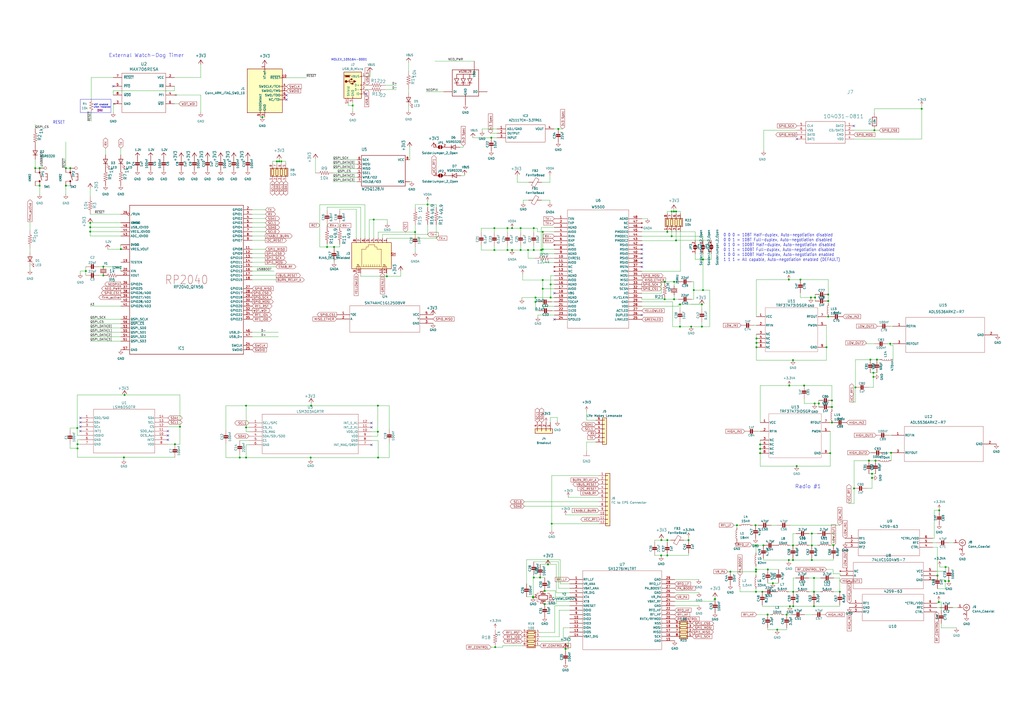
<source format=kicad_sch>
(kicad_sch (version 20230121) (generator eeschema)
  (paper "A2")
  (junction (at 407.797 168.275))
  (junction (at 390.906 122.682))
  (junction (at 189.738 143.256))
  (junction (at 482.6 236.093))
  (junction (at 472.186 343.281))
  (junction (at 495.427 283.3116))
  (junction (at 44.958 257.683))
  (junction (at 456.311 356.489))
  (junction (at 20.447 97.536))
  (junction (at 472.821 172.593))
  (junction (at 389.636 137.033))
  (junction (at 543.814 333.883))
  (junction (at 496.2525 224.7265))
  (junction (at 470.408 172.593))
  (junction (at 438.531 316.357))
  (junction (at 457.581 324.866))
  (junction (at 438.785 196.342))
  (junction (at 505.841 274.8026))
  (junction (at 180.467 235.331))
  (junction (at 470.916 324.866))
  (junction (at 442.214 343.281))
  (junction (at 180.213 265.43))
  (junction (at 391.033 163.449))
  (junction (at 459.994 324.866))
  (junction (at 286.766 132.334))
  (junction (at 22.987 107.696))
  (junction (at 504.8885 208.5975))
  (junction (at 423.672 331.597))
  (junction (at 470.916 316.357))
  (junction (at 458.216 351.663))
  (junction (at 508.6985 208.5975))
  (junction (at 142.748 235.331))
  (junction (at 314.833 162.433))
  (junction (at 440.944 260.35))
  (junction (at 219.202 250.444))
  (junction (at 302.006 132.334))
  (junction (at 309.626 145.034))
  (junction (at 483.489 316.357))
  (junction (at 438.277 304.673))
  (junction (at 516.382 199.39))
  (junction (at 320.04 303.784))
  (junction (at 448.31 338.328))
  (junction (at 534.67 63.119))
  (junction (at 427.482 304.673))
  (junction (at 309.626 132.334))
  (junction (at 40.767 97.536))
  (junction (at 59.944 159.766))
  (junction (at 387.096 322.199))
  (junction (at 445.389 330.327))
  (junction (at 44.958 260.096))
  (junction (at 297.053 132.334))
  (junction (at 550.418 337.058))
  (junction (at 309.245 346.202))
  (junction (at 548.513 328.93))
  (junction (at 160.655 93.599))
  (junction (at 472.186 335.28))
  (junction (at 544.83 296.037))
  (junction (at 314.833 167.513))
  (junction (at 70.104 144.526))
  (junction (at 139.065 265.43))
  (junction (at 470.916 309.499))
  (junction (at 38.227 107.696))
  (junction (at 383.54 322.199))
  (junction (at 309.245 346.583))
  (junction (at 480.441 174.625))
  (junction (at 438.785 201.422))
  (junction (at 482.6 232.283))
  (junction (at 323.85 74.803))
  (junction (at 472.567 234.061))
  (junction (at 399.415 313.309))
  (junction (at 52.324 134.366))
  (junction (at 319.405 164.973))
  (junction (at 385.572 173.609))
  (junction (at 219.329 265.43))
  (junction (at 392.176 139.446))
  (junction (at 314.833 134.493))
  (junction (at 142.748 247.904))
  (junction (at 479.425 201.422))
  (junction (at 286.766 145.034))
  (junction (at 460.121 343.281))
  (junction (at 480.441 183.642))
  (junction (at 193.802 143.256))
  (junction (at 394.462 189.484))
  (junction (at 315.976 350.393))
  (junction (at 309.626 335.026))
  (junction (at 438.531 330.327))
  (junction (at 516.89 262.636))
  (junction (at 387.096 313.309))
  (junction (at 438.531 343.281))
  (junction (at 438.531 331.597))
  (junction (at 394.462 176.53))
  (junction (at 248.031 118.618))
  (junction (at 310.642 175.133))
  (junction (at 544.576 349.25))
  (junction (at 314.833 144.653))
  (junction (at 216.789 127.381))
  (junction (at 459.994 208.915))
  (junction (at 507.873 267.1826))
  (junction (at 284.988 79.883))
  (junction (at 52.324 129.286))
  (junction (at 38.227 97.536))
  (junction (at 391.033 173.609))
  (junction (at 506.6665 218.6305))
  (junction (at 287.274 375.412))
  (junction (at 383.667 313.309))
  (junction (at 440.944 257.81))
  (junction (at 161.925 93.599))
  (junction (at 240.792 134.62))
  (junction (at 466.471 223.647))
  (junction (at 313.944 145.034))
  (junction (at 487.172 343.281))
  (junction (at 459.994 316.357))
  (junction (at 480.441 170.815))
  (junction (at 142.748 265.43))
  (junction (at 445.262 356.489))
  (junction (at 548.259 337.058))
  (junction (at 438.785 198.882))
  (junction (at 505.841 277.2156))
  (junction (at 44.831 248.285))
  (junction (at 328.041 376.428))
  (junction (at 59.944 154.686))
  (junction (at 72.263 229.108))
  (junction (at 317.881 327.406))
  (junction (at 457.581 162.179))
  (junction (at 507.238 75.565))
  (junction (at 389.636 122.682))
  (junction (at 460.121 351.663))
  (junction (at 440.944 262.89))
  (junction (at 204.597 61.214))
  (junction (at 319.405 172.593))
  (junction (at 101.473 257.683))
  (junction (at 49.784 157.226))
  (junction (at 152.1714 67.945))
  (junction (at 22.987 97.536))
  (junction (at 297.053 145.034))
  (junction (at 385.572 163.449))
  (junction (at 506.6665 216.2175))
  (junction (at 219.202 235.331))
  (junction (at 294.386 145.034))
  (junction (at 504.063 267.1826))
  (junction (at 407.162 176.53))
  (junction (at 104.394 247.523))
  (junction (at 313.309 335.026))
  (junction (at 414.782 347.472))
  (junction (at 407.797 150.495))
  (junction (at 481.584 262.89))
  (junction (at 224.409 160.274))
  (junction (at 392.176 122.682))
  (junction (at 294.386 132.334))
  (junction (at 163.195 93.599))
  (junction (at 310.642 172.593))
  (junction (at 457.835 223.647))
  (junction (at 302.006 145.034))
  (junction (at 474.98 234.061))
  (junction (at 407.162 189.484))
  (junction (at 402.463 168.275))
  (junction (at 315.976 342.773))
  (junction (at 442.849 316.357))
  (junction (at 464.312 162.179))
  (junction (at 472.186 351.663))
  (junction (at 306.324 145.034))
  (junction (at 462.153 270.383))
  (junction (at 400.939 189.484))
  (junction (at 387.096 134.493))
  (junction (at 450.85 365.252))
  (junction (at 71.882 265.303))
  (junction (at 482.6 245.11))
  (junction (at 52.324 131.826))
  (no_connect (at 65.659 50.038))
  (no_connect (at 321.564 170.053))
  (no_connect (at 46.609 244.983))
  (no_connect (at 166.243 57.785))
  (no_connect (at 372.364 182.753))
  (no_connect (at 372.364 142.113))
  (no_connect (at 372.364 154.813))
  (no_connect (at 462.28 80.645))
  (no_connect (at 321.564 185.293))
  (no_connect (at 166.243 55.245))
  (no_connect (at 212.217 54.483))
  (no_connect (at 97.409 255.143))
  (no_connect (at 495.3 73.025))
  (no_connect (at 215.519 258.064))
  (no_connect (at 372.364 144.653))
  (no_connect (at 372.364 147.193))
  (no_connect (at 46.609 250.063))
  (no_connect (at 215.519 245.364))
  (no_connect (at 372.364 149.733))
  (no_connect (at 46.609 247.523))
  (no_connect (at 97.409 252.603))
  (no_connect (at 372.364 152.273))
  (no_connect (at 215.519 247.904))
  (no_connect (at 97.409 250.063))
  (no_connect (at 46.609 242.443))
  (wire (pts (xy 450.85 365.252) (xy 450.85 365.379)))
  (wire (pts (xy 437.515 188.722) (xy 438.785 188.722)))
  (wire (pts (xy 456.311 356.489) (xy 459.105 356.489)))
  (wire (pts (xy 240.919 130.556) (xy 240.919 134.62)))
  (wire (pts (xy 223.52 49.403) (xy 229.997 49.403)))
  (wire (pts (xy 193.167 95.25) (xy 207.137 95.25)))
  (wire (pts (xy 496.2525 224.7265) (xy 496.2525 208.5975)))
  (wire (pts (xy 422.148 331.597) (xy 423.672 331.597)))
  (wire (pts (xy 383.667 163.449) (xy 383.667 170.053)))
  (wire (pts (xy 214.249 127.381) (xy 216.789 127.381)))
  (wire (pts (xy 483.489 324.866) (xy 470.916 324.866)))
  (wire (pts (xy 469.392 309.499) (xy 470.916 309.499)))
  (wire (pts (xy 516.89 262.636) (xy 517.0424 262.636)))
  (wire (pts (xy 483.489 309.499) (xy 483.489 316.357)))
  (wire (pts (xy 139.065 263.398) (xy 139.065 265.43)))
  (wire (pts (xy 548.132 336.423) (xy 548.132 337.058)))
  (wire (pts (xy 225.806 249.047) (xy 225.806 235.331)))
  (wire (pts (xy 544.83 296.037) (xy 544.83 296.672)))
  (wire (pts (xy 315.976 350.393) (xy 322.58 350.393)))
  (wire (pts (xy 306.705 105.791) (xy 300.101 105.791)))
  (wire (pts (xy 216.789 127.381) (xy 224.663 127.381)))
  (wire (pts (xy 510.3876 208.5594) (xy 510.413 208.5594)))
  (wire (pts (xy 469.265 343.281) (xy 472.186 343.281)))
  (wire (pts (xy 391.033 163.449) (xy 393.573 163.449)))
  (wire (pts (xy 439.674 250.19) (xy 440.944 250.19)))
  (wire (pts (xy 403.225 150.495) (xy 407.797 150.495)))
  (wire (pts (xy 139.065 255.524) (xy 144.399 255.524)))
  (wire (pts (xy 482.6 236.093) (xy 482.6 237.49)))
  (wire (pts (xy 70.104 85.979) (xy 70.104 89.789)))
  (wire (pts (xy 202.057 61.214) (xy 204.597 61.214)))
  (wire (pts (xy 481.965 316.357) (xy 483.489 316.357)))
  (wire (pts (xy 518.033 208.5594) (xy 518.033 200.3806)))
  (wire (pts (xy 407.797 168.275) (xy 411.734 168.275)))
  (wire (pts (xy 313.182 369.443) (xy 324.358 369.443)))
  (wire (pts (xy 322.707 343.789) (xy 322.707 327.406)))
  (wire (pts (xy 480.441 170.815) (xy 480.441 174.625)))
  (wire (pts (xy 407.797 150.495) (xy 412.623 150.495)))
  (wire (pts (xy 219.329 138.176) (xy 219.329 134.62)))
  (wire (pts (xy 52.324 197.866) (xy 70.104 197.866)))
  (wire (pts (xy 459.994 316.357) (xy 461.772 316.357)))
  (wire (pts (xy 314.833 134.493) (xy 314.833 144.653)))
  (wire (pts (xy 215.519 255.524) (xy 219.329 255.524)))
  (wire (pts (xy 447.421 304.673) (xy 450.85 304.673)))
  (wire (pts (xy 314.833 177.673) (xy 314.833 167.513)))
  (wire (pts (xy 306.324 149.733) (xy 306.324 145.034)))
  (wire (pts (xy 440.944 257.81) (xy 440.944 260.35)))
  (wire (pts (xy 321.564 131.953) (xy 313.944 131.953)))
  (wire (pts (xy 305.435 346.202) (xy 309.245 346.202)))
  (wire (pts (xy 40.64 248.285) (xy 44.831 248.285)))
  (wire (pts (xy 269.494 101.854) (xy 269.494 101.219)))
  (wire (pts (xy 215.519 250.444) (xy 219.202 250.444)))
  (wire (pts (xy 297.053 132.334) (xy 302.006 132.334)) (stroke (width 0.1524)))
  (wire (pts (xy 399.415 313.309) (xy 399.415 311.658)))
  (wire (pts (xy 213.36 49.403) (xy 212.217 49.403)))
  (wire (pts (xy 383.667 313.309) (xy 383.667 312.547)))
  (wire (pts (xy 131.064 257.175) (xy 131.064 265.43)))
  (wire (pts (xy 309.626 335.026) (xy 309.245 335.026)))
  (wire (pts (xy 52.324 192.786) (xy 70.104 192.786)))
  (wire (pts (xy 393.573 176.53) (xy 394.462 176.53)))
  (wire (pts (xy 180.213 265.43) (xy 180.213 266.446)))
  (wire (pts (xy 340.233 256.413) (xy 340.233 261.747)))
  (wire (pts (xy 550.418 328.93) (xy 548.513 328.93)))
  (wire (pts (xy 219.202 235.331) (xy 180.467 235.331)))
  (wire (pts (xy 461.518 335.28) (xy 460.121 335.28)))
  (wire (pts (xy 62.484 144.526) (xy 70.104 144.526)))
  (wire (pts (xy 516.382 199.39) (xy 514.9088 199.39)))
  (wire (pts (xy 429.26 343.281) (xy 438.531 343.281)))
  (wire (pts (xy 448.31 338.328) (xy 451.612 338.328)))
  (wire (pts (xy 451.612 338.328) (xy 451.612 337.947)))
  (wire (pts (xy 329.692 376.428) (xy 328.041 376.428)))
  (wire (pts (xy 44.831 229.108) (xy 72.263 229.108)))
  (wire (pts (xy 291.592 375.412) (xy 287.274 375.412)))
  (wire (pts (xy 146.304 149.606) (xy 153.924 149.606)))
  (wire (pts (xy 550.672 314.833) (xy 553.212 314.833)))
  (wire (pts (xy 438.785 196.342) (xy 438.785 198.882)))
  (wire (pts (xy 240.792 143.256) (xy 240.792 146.177)))
  (wire (pts (xy 481.584 270.383) (xy 462.153 270.383)))
  (wire (pts (xy 313.182 371.983) (xy 326.771 371.983)))
  (wire (pts (xy 97.409 257.683) (xy 101.473 257.683)))
  (wire (pts (xy 495.427 283.3116) (xy 495.427 292.0746)))
  (wire (pts (xy 142.748 235.331) (xy 142.748 247.904)))
  (wire (pts (xy 310.642 180.213) (xy 310.642 175.133)))
  (wire (pts (xy 507.873 267.1826) (xy 509.27 267.1826)))
  (wire (pts (xy 507.238 65.405) (xy 507.238 63.119)))
  (wire (pts (xy 470.916 316.357) (xy 474.345 316.357)))
  (wire (pts (xy 322.58 348.869) (xy 330.454 348.869)))
  (wire (pts (xy 146.304 131.826) (xy 153.924 131.826)))
  (wire (pts (xy 494.0554 233.1974) (xy 494.0554 233.2228)))
  (wire (pts (xy 436.118 315.976) (xy 436.88 315.976)))
  (wire (pts (xy 313.944 145.034) (xy 309.626 145.034)))
  (wire (pts (xy 240.919 120.396) (xy 240.919 118.618)))
  (wire (pts (xy 139.065 255.778) (xy 139.065 255.524)))
  (wire (pts (xy 326.39 74.803) (xy 323.85 74.803)))
  (wire (pts (xy 38.227 82.296) (xy 38.227 97.536)))
  (wire (pts (xy 510.3876 208.5975) (xy 508.6985 208.5975)))
  (wire (pts (xy 303.149 162.433) (xy 303.149 159.004)))
  (wire (pts (xy 65.659 60.198) (xy 65.659 65.278)))
  (wire (pts (xy 209.169 138.176) (xy 209.169 120.142)))
  (wire (pts (xy 483.235 330.327) (xy 483.235 332.867)))
  (wire (pts (xy 469.138 335.28) (xy 472.186 335.28)))
  (wire (pts (xy 445.389 338.328) (xy 448.31 338.328)))
  (wire (pts (xy 257.302 53.213) (xy 247.142 53.213)))
  (wire (pts (xy 403.225 134.493) (xy 387.096 134.493)))
  (wire (pts (xy 302.006 142.494) (xy 302.006 145.034)) (stroke (width 0.1524)))
  (wire (pts (xy 427.482 304.673) (xy 428.752 304.673)))
  (wire (pts (xy 518.033 200.3806) (xy 516.382 200.3806)))
  (wire (pts (xy 313.944 131.953) (xy 313.944 145.034)))
  (wire (pts (xy 204.597 61.214) (xy 204.597 59.563)))
  (wire (pts (xy 405.511 351.409) (xy 391.414 351.409)))
  (wire (pts (xy 425.704 304.673) (xy 427.482 304.673)))
  (wire (pts (xy 303.022 374.523) (xy 291.592 374.523)))
  (wire (pts (xy 309.626 142.494) (xy 309.626 145.034)))
  (wire (pts (xy 216.789 127.381) (xy 216.789 138.176)))
  (wire (pts (xy 304.165 293.624) (xy 347.472 293.624)))
  (wire (pts (xy 131.064 249.555) (xy 131.064 235.331)))
  (wire (pts (xy 313.182 366.903) (xy 321.818 366.903)))
  (wire (pts (xy 306.578 116.078) (xy 303.53 116.078)))
  (wire (pts (xy 391.033 165.989) (xy 391.033 163.449)))
  (wire (pts (xy 70.104 141.986) (xy 70.104 144.526)))
  (wire (pts (xy 438.531 328.422) (xy 438.531 330.327)))
  (wire (pts (xy 326.771 371.983) (xy 326.771 364.109)))
  (wire (pts (xy 163.195 93.599) (xy 161.925 93.599)))
  (wire (pts (xy 492.4298 292.0746) (xy 492.4298 291.5666)))
  (wire (pts (xy 472.186 335.28) (xy 475.996 335.28)))
  (wire (pts (xy 165.735 93.599) (xy 163.195 93.599)))
  (wire (pts (xy 314.833 167.513) (xy 314.833 162.433)))
  (wire (pts (xy 391.033 163.449) (xy 385.572 163.449)))
  (wire (pts (xy 315.976 335.153) (xy 315.976 335.026)))
  (wire (pts (xy 330.454 346.329) (xy 322.199 346.329)))
  (wire (pts (xy 445.262 356.489) (xy 447.04 356.489)))
  (wire (pts (xy 390.906 121.412) (xy 390.906 122.682)))
  (wire (pts (xy 393.573 177.673) (xy 393.573 176.53)))
  (wire (pts (xy 329.6412 288.544) (xy 347.472 288.544)))
  (wire (pts (xy 204.597 61.214) (xy 204.597 64.643)))
  (wire (pts (xy 211.709 118.745) (xy 185.547 118.745)))
  (wire (pts (xy 240.792 134.62) (xy 240.792 135.636)))
  (wire (pts (xy 372.364 173.609) (xy 372.364 172.593)))
  (wire (pts (xy 146.304 147.066) (xy 153.924 147.066)))
  (wire (pts (xy 481.584 262.89) (xy 481.584 270.383)))
  (wire (pts (xy 207.137 100.33) (xy 193.167 100.33)))
  (wire (pts (xy 219.202 250.444) (xy 219.202 235.331)))
  (wire (pts (xy 20.447 107.696) (xy 22.987 107.696)))
  (wire (pts (xy 312.674 180.213) (xy 310.642 180.213)))
  (wire (pts (xy 391.414 336.169) (xy 405.384 336.169)))
  (wire (pts (xy 472.186 335.28) (xy 472.186 343.281)))
  (wire (pts (xy 451.612 330.327) (xy 445.389 330.327)))
  (wire (pts (xy 543.814 317.373) (xy 541.02 317.373)))
  (wire (pts (xy 470.916 309.499) (xy 470.916 316.357)))
  (wire (pts (xy 279.146 142.494) (xy 279.146 145.034)) (stroke (width 0.1524)))
  (wire (pts (xy 193.802 151.511) (xy 193.802 152.273)))
  (wire (pts (xy 391.033 171.069) (xy 391.033 173.609)))
  (wire (pts (xy 225.806 235.331) (xy 219.202 235.331)))
  (wire (pts (xy 392.176 123.952) (xy 392.176 122.682)))
  (wire (pts (xy 412.623 139.446) (xy 392.176 139.446)))
  (wire (pts (xy 394.716 123.952) (xy 394.716 122.682)))
  (wire (pts (xy 479.425 330.327) (xy 483.235 330.327)))
  (wire (pts (xy 160.655 93.599) (xy 160.655 94.869)))
  (wire (pts (xy 474.091 309.499) (xy 470.916 309.499)))
  (wire (pts (xy 407.797 147.193) (xy 407.797 150.495)))
  (wire (pts (xy 487.172 335.28) (xy 487.172 343.281)))
  (wire (pts (xy 505.841 274.8026) (xy 507.873 274.8026)))
  (wire (pts (xy 314.325 105.791) (xy 319.024 105.791)))
  (wire (pts (xy 237.617 85.09) (xy 237.617 92.71)))
  (wire (pts (xy 70.104 154.686) (xy 70.104 157.226)))
  (wire (pts (xy 482.6 232.283) (xy 482.6 236.093)))
  (wire (pts (xy 396.748 313.309) (xy 399.415 313.309)))
  (wire (pts (xy 146.304 129.286) (xy 153.924 129.286)))
  (wire (pts (xy 223.52 51.943) (xy 229.997 51.943)))
  (wire (pts (xy 232.41 156.972) (xy 232.41 160.274)))
  (wire (pts (xy 347.472 275.844) (xy 320.04 275.844)))
  (wire (pts (xy 302.006 145.034) (xy 306.324 145.034)) (stroke (width 0.1524)))
  (wire (pts (xy 470.408 172.974) (xy 470.408 172.593)))
  (wire (pts (xy 507.238 63.119) (xy 534.67 63.119)))
  (wire (pts (xy 44.958 255.143) (xy 44.958 257.683)))
  (wire (pts (xy 506.6665 224.7265) (xy 506.6665 218.6305)))
  (wire (pts (xy 340.233 243.713) (xy 345.567 243.713)))
  (wire (pts (xy 158.115 93.599) (xy 158.115 94.869)))
  (wire (pts (xy 512.953 262.636) (xy 516.89 262.636)))
  (wire (pts (xy 466.471 234.061) (xy 472.567 234.061)))
  (wire (pts (xy 394.462 176.53) (xy 407.162 176.53)) (stroke (width 0.1524)))
  (wire (pts (xy 131.064 265.43) (xy 139.065 265.43)))
  (wire (pts (xy 504.063 267.1826) (xy 507.873 267.1826)))
  (wire (pts (xy 313.309 327.406) (xy 317.881 327.406)))
  (wire (pts (xy 438.785 198.882) (xy 438.785 201.422)))
  (wire (pts (xy 543.814 333.883) (xy 543.306 333.883)))
  (wire (pts (xy 266.827 85.344) (xy 268.732 85.344)))
  (wire (pts (xy 17.399 154.051) (xy 17.399 156.591)))
  (wire (pts (xy 313.944 147.193) (xy 313.944 145.034)))
  (wire (pts (xy 183.007 91.948) (xy 183.007 100.33)))
  (wire (pts (xy 458.089 316.357) (xy 459.994 316.357)))
  (wire (pts (xy 507.2888 199.4154) (xy 502.5898 199.4154)))
  (wire (pts (xy 253.111 118.618) (xy 253.111 120.269)))
  (wire (pts (xy 224.409 160.274) (xy 224.409 158.496)))
  (wire (pts (xy 544.068 349.885) (xy 544.068 349.25)))
  (wire (pts (xy 193.167 105.41) (xy 207.137 105.41)))
  (wire (pts (xy 483.616 343.281) (xy 487.172 343.281)))
  (polyline (pts (xy 46.609 57.658) (xy 64.389 57.658)))
  (wire (pts (xy 116.459 55.118) (xy 116.459 65.278)))
  (wire (pts (xy 44.958 257.683) (xy 46.609 257.683)))
  (wire (pts (xy 153.924 124.206) (xy 146.304 124.206)))
  (wire (pts (xy 545.973 349.25) (xy 544.576 349.25)))
  (wire (pts (xy 311.785 134.493) (xy 311.785 132.334)))
  (wire (pts (xy 392.176 134.112) (xy 392.176 139.446)))
  (wire (pts (xy 391.414 348.869) (xy 414.147 348.869)))
  (wire (pts (xy 236.982 51.435) (xy 236.982 53.975)))
  (polyline (pts (xy 46.609 65.278) (xy 46.609 57.658)))
  (wire (pts (xy 52.324 136.906) (xy 52.324 134.366)))
  (wire (pts (xy 402.463 168.275) (xy 407.797 168.275)))
  (wire (pts (xy 445.262 365.252) (xy 450.85 365.252)))
  (wire (pts (xy 302.006 132.334) (xy 309.626 132.334)) (stroke (width 0.1524)))
  (wire (pts (xy 479.425 201.422) (xy 479.425 208.915)))
  (wire (pts (xy 548.259 341.503) (xy 548.259 337.058)))
  (wire (pts (xy 330.454 369.189) (xy 329.692 369.189)))
  (wire (pts (xy 389.636 137.033) (xy 372.364 137.033)))
  (wire (pts (xy 116.459 44.958) (xy 116.459 37.338)))
  (wire (pts (xy 221.869 136.017) (xy 248.031 136.017)))
  (wire (pts (xy 385.572 173.609) (xy 391.033 173.609)))
  (wire (pts (xy 323.342 242.189) (xy 323.342 244.348)))
  (wire (pts (xy 319.278 244.983) (xy 319.278 242.189)))
  (wire (pts (xy 504.8885 208.5975) (xy 508.6985 208.5975)))
  (wire (pts (xy 407.797 139.573) (xy 407.797 137.033)))
  (wire (pts (xy 466.471 223.647) (xy 482.6 223.647)))
  (wire (pts (xy 70.104 131.826) (xy 52.324 131.826)))
  (wire (pts (xy 312.039 182.753) (xy 321.564 182.753)))
  (wire (pts (xy 52.324 195.326) (xy 70.104 195.326)))
  (wire (pts (xy 459.994 309.499) (xy 459.994 316.357)))
  (wire (pts (xy 544.068 349.25) (xy 544.576 349.25)))
  (wire (pts (xy 297.053 145.034) (xy 302.006 145.034)) (stroke (width 0.1524)))
  (wire (pts (xy 219.329 255.524) (xy 219.329 265.43)))
  (wire (pts (xy 240.919 134.62) (xy 240.792 134.62)))
  (wire (pts (xy 480.441 162.179) (xy 480.441 170.815)))
  (wire (pts (xy 505.841 277.2156) (xy 505.841 274.8026)))
  (wire (pts (xy 543.814 341.503) (xy 548.259 341.503)))
  (wire (pts (xy 324.358 369.443) (xy 324.358 353.949)))
  (wire (pts (xy 403.225 147.193) (xy 403.225 150.495)))
  (wire (pts (xy 146.304 144.526) (xy 153.924 144.526)))
  (wire (pts (xy 481.711 309.499) (xy 483.489 309.499)))
  (wire (pts (xy 550.418 337.185) (xy 550.418 337.058)))
  (wire (pts (xy 427.482 306.197) (xy 427.482 304.673)))
  (wire (pts (xy 474.98 234.061) (xy 474.98 236.093)))
  (wire (pts (xy 550.418 329.311) (xy 550.418 328.93)))
  (wire (pts (xy 481.584 250.19) (xy 481.584 262.89)))
  (wire (pts (xy 322.199 346.329) (xy 322.199 342.773)))
  (wire (pts (xy 314.833 144.653) (xy 314.833 152.273)))
  (wire (pts (xy 52.324 108.966) (xy 52.324 114.046)))
  (wire (pts (xy 236.982 61.595) (xy 236.982 64.135)))
  (wire (pts (xy 319.024 105.791) (xy 319.024 101.727)))
  (wire (pts (xy 103.759 60.198) (xy 101.219 60.198)))
  (wire (pts (xy 505.841 283.3116) (xy 505.841 277.2156)))
  (wire (pts (xy 510.3876 208.5594) (xy 510.3876 208.5975)))
  (wire (pts (xy 306.324 145.034) (xy 309.626 145.034)) (stroke (width 0.1524)))
  (wire (pts (xy 389.636 134.112) (xy 389.636 137.033)))
  (wire (pts (xy 166.243 45.085) (xy 177.673 45.085)))
  (wire (pts (xy 321.564 172.593) (xy 319.405 172.593)))
  (wire (pts (xy 545.973 349.25) (xy 545.973 354.076)))
  (wire (pts (xy 394.716 157.353) (xy 372.364 157.353)))
  (wire (pts (xy 390.906 122.682) (xy 389.636 122.682)))
  (wire (pts (xy 321.564 134.493) (xy 314.833 134.493)))
  (wire (pts (xy 387.096 134.493) (xy 372.364 134.493)))
  (wire (pts (xy 389.128 313.309) (xy 387.096 313.309)))
  (wire (pts (xy 459.994 323.977) (xy 459.994 324.866)))
  (wire (pts (xy 319.278 242.189) (xy 323.342 242.189)))
  (wire (pts (xy 20.447 74.676) (xy 20.447 72.136)))
  (wire (pts (xy 438.785 208.915) (xy 459.994 208.915)))
  (wire (pts (xy 541.02 314.833) (xy 543.052 314.833)))
  (wire (pts (xy 22.987 97.536) (xy 20.447 97.536)))
  (wire (pts (xy 457.581 324.866) (xy 457.581 325.501)))
  (wire (pts (xy 436.88 316.357) (xy 438.531 316.357)))
  (wire (pts (xy 496.2525 208.5975) (xy 504.8885 208.5975)))
  (wire (pts (xy 321.564 177.673) (xy 314.833 177.673)))
  (wire (pts (xy 483.235 332.867) (xy 487.299 332.867)))
  (wire (pts (xy 479.425 208.915) (xy 459.994 208.915)))
  (wire (pts (xy 274.32 79.883) (xy 284.988 79.883)))
  (wire (pts (xy 59.944 154.686) (xy 57.404 154.686)))
  (wire (pts (xy 160.02 154.686) (xy 146.304 154.686)))
  (wire (pts (xy 545.084 328.93) (xy 545.084 328.295)))
  (wire (pts (xy 550.418 337.058) (xy 550.418 336.931)))
  (wire (pts (xy 394.462 176.53) (xy 394.462 179.07)) (stroke (width 0.1524)))
  (wire (pts (xy 17.399 143.891) (xy 17.399 146.431)))
  (wire (pts (xy 495.427 267.1826) (xy 504.063 267.1826)))
  (wire (pts (xy 460.121 351.663) (xy 472.186 351.663)))
  (wire (pts (xy 394.716 122.682) (xy 392.176 122.682)))
  (wire (pts (xy 310.642 175.133) (xy 310.642 172.593)))
  (wire (pts (xy 548.513 328.93) (xy 545.084 328.93)))
  (wire (pts (xy 543.306 336.423) (xy 548.132 336.423)))
  (wire (pts (xy 294.386 132.334) (xy 297.053 132.334)) (stroke (width 0.1524)))
  (wire (pts (xy 387.096 313.309) (xy 387.096 314.452)))
  (wire (pts (xy 214.249 138.176) (xy 214.249 127.381)))
  (wire (pts (xy 372.364 126.873) (xy 375.666 126.873)))
  (wire (pts (xy 248.031 116.84) (xy 248.031 118.618)))
  (wire (pts (xy 399.415 320.929) (xy 399.415 322.199)))
  (wire (pts (xy 304.165 291.084) (xy 347.472 291.084)))
  (wire (pts (xy 44.958 257.683) (xy 44.958 260.096)))
  (wire (pts (xy 219.329 134.62) (xy 240.792 134.62)))
  (wire (pts (xy 399.415 322.199) (xy 387.096 322.199)))
  (wire (pts (xy 97.409 247.523) (xy 104.394 247.523)))
  (wire (pts (xy 503.047 283.3116) (xy 505.841 283.3116)))
  (wire (pts (xy 438.785 193.802) (xy 438.785 196.342)))
  (wire (pts (xy 319.024 116.078) (xy 319.024 117.602)))
  (wire (pts (xy 389.636 122.682) (xy 387.096 122.682)))
  (wire (pts (xy 309.245 335.026) (xy 309.245 346.202)))
  (wire (pts (xy 461.772 309.499) (xy 459.994 309.499)))
  (wire (pts (xy 438.785 201.422) (xy 438.785 208.915)))
  (wire (pts (xy 116.459 44.958) (xy 101.219 44.958)))
  (wire (pts (xy 314.198 116.078) (xy 319.024 116.078)))
  (wire (pts (xy 151.003 67.945) (xy 152.1714 67.945)))
  (wire (pts (xy 314.833 144.653) (xy 321.564 144.653)))
  (wire (pts (xy 286.766 134.874) (xy 286.766 132.334)) (stroke (width 0.1524)))
  (wire (pts (xy 315.087 350.393) (xy 315.976 350.393)))
  (wire (pts (xy 40.64 260.096) (xy 44.958 260.096)))
  (wire (pts (xy 224.663 127.381) (xy 224.663 129.54)))
  (wire (pts (xy 414.782 346.456) (xy 414.782 347.472)))
  (wire (pts (xy 146.304 134.366) (xy 153.924 134.366)))
  (wire (pts (xy 492.4298 292.0746) (xy 495.427 292.0746)))
  (wire (pts (xy 407.797 150.622) (xy 407.797 168.275)))
  (wire (pts (xy 104.394 257.683) (xy 104.394 247.523)))
  (wire (pts (xy 503.8725 224.7265) (xy 506.6665 224.7265)))
  (wire (pts (xy 495.3 80.645) (xy 534.67 80.645)))
  (wire (pts (xy 472.186 351.663) (xy 487.172 351.663)))
  (wire (pts (xy 65.659 44.958) (xy 52.959 44.958)))
  (wire (pts (xy 548.132 337.058) (xy 548.259 337.058)))
  (wire (pts (xy 314.833 162.433) (xy 303.149 162.433)))
  (wire (pts (xy 466.471 231.267) (xy 466.471 234.061)))
  (wire (pts (xy 131.064 235.331) (xy 142.748 235.331)))
  (wire (pts (xy 146.304 126.746) (xy 153.924 126.746)))
  (wire (pts (xy 286.766 132.334) (xy 294.386 132.334)) (stroke (width 0.1524)))
  (wire (pts (xy 387.096 322.199) (xy 387.096 322.072)))
  (wire (pts (xy 248.031 130.302) (xy 248.031 136.017)))
  (wire (pts (xy 460.121 350.901) (xy 460.121 351.663)))
  (wire (pts (xy 442.214 350.901) (xy 442.214 351.663)))
  (wire (pts (xy 480.441 174.625) (xy 480.441 176.022)))
  (wire (pts (xy 52.959 44.958) (xy 52.959 57.658)))
  (wire (pts (xy 345.567 256.413) (xy 340.233 256.413)))
  (wire (pts (xy 321.564 159.893) (xy 319.405 159.893)))
  (wire (pts (xy 464.312 172.593) (xy 470.408 172.593)))
  (wire (pts (xy 464.312 169.799) (xy 464.312 172.593)))
  (wire (pts (xy 279.146 132.334) (xy 286.766 132.334)) (stroke (width 0.1524)))
  (wire (pts (xy 52.324 134.366) (xy 52.324 131.826)))
  (wire (pts (xy 44.958 265.303) (xy 71.882 265.303)))
  (wire (pts (xy 322.58 350.393) (xy 322.58 348.869)))
  (wire (pts (xy 52.324 177.546) (xy 70.104 177.546)))
  (wire (pts (xy 219.329 265.43) (xy 180.213 265.43)))
  (wire (pts (xy 411.734 168.275) (xy 411.734 189.484)))
  (wire (pts (xy 294.386 142.494) (xy 294.386 145.034)) (stroke (width 0.1524)))
  (wire (pts (xy 552.704 352.425) (xy 555.625 352.425)))
  (wire (pts (xy 506.6665 216.2175) (xy 508.6985 216.2175)))
  (wire (pts (xy 383.667 170.053) (xy 372.364 170.053)))
  (wire (pts (xy 487.299 332.867) (xy 487.299 333.883)))
  (wire (pts (xy 487.299 333.883) (xy 487.426 333.883)))
  (wire (pts (xy 414.782 347.472) (xy 414.782 347.853)))
  (wire (pts (xy 402.463 173.609) (xy 402.463 168.275)))
  (wire (pts (xy 330.454 341.249) (xy 323.977 341.249)))
  (wire (pts (xy 545.973 364.236) (xy 554.863 364.236)))
  (wire (pts (xy 457.581 162.179) (xy 464.312 162.179)))
  (wire (pts (xy 320.04 275.844) (xy 320.04 303.784)))
  (wire (pts (xy 302.006 134.874) (xy 302.006 132.334)) (stroke (width 0.1524)))
  (wire (pts (xy 390.144 189.484) (xy 394.462 189.484)))
  (wire (pts (xy 44.831 252.603) (xy 44.831 248.285)))
  (wire (pts (xy 310.642 172.593) (xy 302.768 172.593)))
  (wire (pts (xy 321.564 162.433) (xy 314.833 162.433)))
  (wire (pts (xy 189.738 143.256) (xy 193.802 143.256)))
  (wire (pts (xy 321.564 164.973) (xy 319.405 164.973)))
  (wire (pts (xy 284.48 77.343) (xy 288.29 77.343)))
  (wire (pts (xy 71.882 265.303) (xy 71.882 266.7)))
  (wire (pts (xy 394.716 134.112) (xy 394.716 157.353)))
  (wire (pts (xy 146.304 136.906) (xy 153.924 136.906)))
  (wire (pts (xy 146.304 159.766) (xy 160.274 159.766)))
  (wire (pts (xy 286.766 142.494) (xy 286.766 145.034)) (stroke (width 0.1524)))
  (wire (pts (xy 438.531 320.802) (xy 438.531 316.357)))
  (wire (pts (xy 456.311 365.252) (xy 450.85 365.252)))
  (wire (pts (xy 279.654 76.073) (xy 279.654 74.803)))
  (wire (pts (xy 414.147 347.472) (xy 414.782 347.472)))
  (wire (pts (xy 502.5898 199.4154) (xy 502.5898 198.882)))
  (wire (pts (xy 309.245 346.202) (xy 309.245 346.583)))
  (wire (pts (xy 440.944 260.35) (xy 440.944 262.89)))
  (wire (pts (xy 479.425 188.722) (xy 479.425 201.422)))
  (wire (pts (xy 445.389 338.074) (xy 445.389 338.328)))
  (wire (pts (xy 436.88 315.976) (xy 436.88 316.357)))
  (wire (pts (xy 438.531 316.357) (xy 442.849 316.357)))
  (wire (pts (xy 319.405 164.973) (xy 319.405 172.593)))
  (wire (pts (xy 505.333 262.6106) (xy 505.333 262.636)))
  (wire (pts (xy 212.217 44.323) (xy 214.757 44.323)))
  (wire (pts (xy 392.176 122.682) (xy 390.906 122.682)))
  (wire (pts (xy 40.767 107.696) (xy 38.227 107.696)))
  (wire (pts (xy 313.309 335.026) (xy 309.626 335.026)))
  (wire (pts (xy 347.472 298.704) (xy 328.041 298.704)))
  (wire (pts (xy 320.294 180.213) (xy 321.564 180.213)))
  (wire (pts (xy 209.169 158.496) (xy 209.169 160.274)))
  (wire (pts (xy 541.909 312.293) (xy 541.909 296.037)))
  (wire (pts (xy 423.672 331.597) (xy 438.531 331.597)))
  (wire (pts (xy 317.881 327.406) (xy 322.707 327.406)))
  (wire (pts (xy 319.405 159.893) (xy 319.405 164.973)))
  (wire (pts (xy 407.162 176.53) (xy 400.685 176.53)))
  (wire (pts (xy 472.567 234.061) (xy 474.98 234.061)))
  (wire (pts (xy 543.306 331.343) (xy 548.513 331.343)))
  (wire (pts (xy 248.031 118.618) (xy 248.031 120.142)))
  (wire (pts (xy 442.214 351.663) (xy 458.216 351.663)))
  (wire (pts (xy 412.623 150.495) (xy 412.623 147.066)))
  (wire (pts (xy 464.312 162.179) (xy 480.441 162.179)))
  (wire (pts (xy 207.137 102.87) (xy 193.167 102.87)))
  (wire (pts (xy 309.626 132.334) (xy 309.626 134.874)) (stroke (width 0.1524)))
  (wire (pts (xy 466.725 356.489) (xy 471.17 356.489)))
  (wire (pts (xy 502.5898 198.882) (xy 502.5644 198.882)))
  (wire (pts (xy 438.531 330.327) (xy 438.531 331.597)))
  (wire (pts (xy 142.748 235.331) (xy 180.467 235.331)))
  (wire (pts (xy 197.104 141.605) (xy 197.104 143.256)))
  (wire (pts (xy 458.216 351.663) (xy 460.121 351.663)))
  (wire (pts (xy 225.806 256.667) (xy 225.806 265.43)))
  (wire (pts (xy 248.031 118.618) (xy 253.111 118.618)))
  (wire (pts (xy 321.818 366.903) (xy 321.818 351.409)))
  (wire (pts (xy 303.53 116.078) (xy 303.53 117.602)))
  (wire (pts (xy 394.462 186.69) (xy 394.462 189.484)))
  (wire (pts (xy 438.531 331.597) (xy 438.531 333.756)))
  (wire (pts (xy 219.202 252.984) (xy 219.202 250.444)))
  (wire (pts (xy 104.394 247.523) (xy 104.394 229.108)))
  (wire (pts (xy 240.919 118.618) (xy 248.031 118.618)))
  (wire (pts (xy 440.944 245.11) (xy 440.944 223.647)))
  (wire (pts (xy 185.547 143.256) (xy 189.738 143.256)))
  (wire (pts (xy 259.334 101.854) (xy 259.842 101.854)))
  (wire (pts (xy 504.8885 216.2175) (xy 506.6665 216.2175)))
  (wire (pts (xy 320.548 149.733) (xy 321.564 149.733)))
  (wire (pts (xy 429.26 341.376) (xy 429.26 343.281)))
  (wire (pts (xy 253.111 130.429) (xy 253.111 138.176)))
  (wire (pts (xy 101.473 265.303) (xy 71.882 265.303)))
  (wire (pts (xy 462.28 75.565) (xy 442.976 75.565)))
  (wire (pts (xy 40.64 257.429) (xy 40.64 260.096)))
  (wire (pts (xy 323.977 341.249) (xy 323.977 325.882)))
  (wire (pts (xy 383.54 322.199) (xy 383.54 322.707)))
  (wire (pts (xy 309.626 333.502) (xy 309.626 335.026)))
  (wire (pts (xy 46.609 255.143) (xy 44.958 255.143)))
  (wire (pts (xy 207.137 92.71) (xy 193.167 92.71)))
  (wire (pts (xy 545.973 361.696) (xy 545.973 364.236)))
  (wire (pts (xy 302.768 172.593) (xy 302.768 173.355)))
  (wire (pts (xy 52.324 131.826) (xy 52.324 129.286)))
  (wire (pts (xy 393.573 173.609) (xy 391.033 173.609)))
  (wire (pts (xy 46.609 252.603) (xy 44.831 252.603)))
  (wire (pts (xy 52.959 65.278) (xy 52.959 70.358)))
  (wire (pts (xy 372.364 177.673) (xy 393.573 177.673)))
  (wire (pts (xy 460.121 335.28) (xy 460.121 343.281)))
  (wire (pts (xy 483.616 335.28) (xy 487.172 335.28)))
  (wire (pts (xy 144.399 258.064) (xy 142.748 258.064)))
  (wire (pts (xy 544.576 348.488) (xy 544.576 349.25)))
  (wire (pts (xy 146.304 162.306) (xy 160.274 162.306)))
  (wire (pts (xy 469.392 316.357) (xy 470.916 316.357)))
  (wire (pts (xy 330.454 338.709) (xy 324.993 338.709)))
  (wire (pts (xy 185.547 118.745) (xy 185.547 143.256)))
  (wire (pts (xy 482.6 223.647) (xy 482.6 232.283)))
  (wire (pts (xy 321.564 167.513) (xy 314.833 167.513)))
  (wire (pts (xy 548.259 337.058) (xy 550.418 337.058)))
  (wire (pts (xy 268.732 84.582) (xy 268.732 85.344)))
  (polyline (pts (xy 64.389 65.278) (xy 46.609 65.278)))
  (wire (pts (xy 324.993 324.612) (xy 305.435 324.612)))
  (wire (pts (xy 320.04 303.784) (xy 320.04 307.594)))
  (wire (pts (xy 387.096 134.112) (xy 387.096 134.493)))
  (wire (pts (xy 407.162 179.07) (xy 407.162 176.53)) (stroke (width 0.1524)))
  (wire (pts (xy 407.797 137.033) (xy 389.636 137.033)))
  (polyline (pts (xy 64.389 57.658) (xy 64.389 65.278)))
  (wire (pts (xy 144.399 250.444) (xy 142.748 250.444)))
  (wire (pts (xy 379.73 322.199) (xy 383.54 322.199)))
  (wire (pts (xy 221.869 138.176) (xy 221.869 136.017)))
  (wire (pts (xy 44.958 260.096) (xy 44.958 265.303)))
  (wire (pts (xy 38.227 97.536) (xy 40.767 97.536)))
  (wire (pts (xy 438.531 330.327) (xy 445.389 330.327)))
  (wire (pts (xy 206.629 121.285) (xy 197.104 121.285)))
  (wire (pts (xy 454.66 356.489) (xy 456.311 356.489)))
  (wire (pts (xy 483.489 323.977) (xy 483.489 324.866)))
  (wire (pts (xy 438.785 162.179) (xy 457.581 162.179)))
  (wire (pts (xy 70.104 187.706) (xy 52.324 187.706)))
  (wire (pts (xy 449.834 343.281) (xy 449.961 343.281)))
  (wire (pts (xy 70.104 129.286) (xy 52.324 129.286)))
  (wire (pts (xy 142.748 265.43) (xy 180.213 265.43)))
  (wire (pts (xy 206.629 138.176) (xy 206.629 121.285)))
  (wire (pts (xy 279.146 134.874) (xy 279.146 132.334)) (stroke (width 0.1524)))
  (wire (pts (xy 320.04 175.133) (xy 321.564 175.133)))
  (wire (pts (xy 70.104 136.906) (xy 52.324 136.906)))
  (wire (pts (xy 44.831 248.285) (xy 44.831 229.108)))
  (wire (pts (xy 142.748 258.064) (xy 142.748 265.43)))
  (wire (pts (xy 101.219 55.118) (xy 116.459 55.118)))
  (wire (pts (xy 40.64 249.809) (xy 40.64 248.285)))
  (wire (pts (xy 279.146 145.034) (xy 286.766 145.034)) (stroke (width 0.1524)))
  (wire (pts (xy 383.54 322.199) (xy 387.096 322.199)))
  (wire (pts (xy 70.104 185.166) (xy 52.324 185.166)))
  (wire (pts (xy 146.304 121.666) (xy 153.924 121.666)))
  (wire (pts (xy 470.916 323.977) (xy 470.916 324.866)))
  (wire (pts (xy 165.735 94.869) (xy 165.735 93.599)))
  (wire (pts (xy 104.394 229.108) (xy 72.263 229.108)))
  (wire (pts (xy 541.02 312.293) (xy 541.909 312.293)))
  (wire (pts (xy 70.104 134.366) (xy 52.324 134.366)))
  (wire (pts (xy 392.176 139.446) (xy 392.176 139.573)))
  (wire (pts (xy 379.73 313.309) (xy 383.667 313.309)))
  (wire (pts (xy 284.988 79.883) (xy 288.29 79.883)))
  (wire (pts (xy 202.057 61.214) (xy 202.057 59.563)))
  (wire (pts (xy 440.944 223.647) (xy 457.835 223.647)))
  (wire (pts (xy 414.147 348.869) (xy 414.147 347.472)))
  (wire (pts (xy 101.219 52.578) (xy 101.219 50.038)))
  (wire (pts (xy 543.433 349.885) (xy 544.068 349.885)))
  (wire (pts (xy 411.734 189.484) (xy 407.162 189.484)))
  (wire (pts (xy 161.925 92.329) (xy 161.925 93.599)))
  (wire (pts (xy 543.814 317.373) (xy 543.814 333.883)))
  (wire (pts (xy 65.659 52.578) (xy 101.219 52.578)))
  (wire (pts (xy 321.818 351.409) (xy 330.454 351.409)))
  (wire (pts (xy 438.531 343.281) (xy 442.214 343.281)))
  (wire (pts (xy 482.6 245.11) (xy 483.489 245.11)))
  (wire (pts (xy 214.757 44.323) (xy 214.757 41.783)))
  (wire (pts (xy 507.0475 218.6305) (xy 506.6665 218.6305)))
  (wire (pts (xy 20.447 92.456) (xy 20.447 97.536)))
  (wire (pts (xy 379.73 314.325) (xy 379.73 313.309)))
  (wire (pts (xy 215.519 252.984) (xy 219.202 252.984)))
  (wire (pts (xy 324.993 338.709) (xy 324.993 324.612)))
  (wire (pts (xy 209.169 120.142) (xy 189.738 120.142)))
  (wire (pts (xy 472.186 343.281) (xy 475.996 343.281)))
  (wire (pts (xy 286.766 145.034) (xy 294.386 145.034)) (stroke (width 0.1524)))
  (wire (pts (xy 101.473 257.683) (xy 104.394 257.683)))
  (wire (pts (xy 324.358 353.949) (xy 330.454 353.949)))
  (wire (pts (xy 372.364 175.133) (xy 390.144 175.133)))
  (wire (pts (xy 387.096 313.309) (xy 383.667 313.309)))
  (wire (pts (xy 57.404 159.766) (xy 59.944 159.766)))
  (wire (pts (xy 405.511 343.789) (xy 391.414 343.789)))
  (wire (pts (xy 207.137 97.79) (xy 193.167 97.79)))
  (wire (pts (xy 458.47 304.673) (xy 487.172 304.673)))
  (wire (pts (xy 340.233 238.379) (xy 340.233 243.713)))
  (wire (pts (xy 394.462 189.484) (xy 400.939 189.484)))
  (wire (pts (xy 504.444 262.6106) (xy 505.333 262.6106)))
  (wire (pts (xy 22.987 107.696) (xy 22.987 112.776)))
  (wire (pts (xy 312.42 175.133) (xy 310.642 175.133)))
  (wire (pts (xy 70.104 124.206) (xy 52.324 124.206)))
  (wire (pts (xy 189.738 141.478) (xy 189.738 143.256)))
  (wire (pts (xy 142.748 250.444) (xy 142.748 247.904)))
  (wire (pts (xy 541.909 296.037) (xy 544.83 296.037)))
  (wire (pts (xy 480.441 183.642) (xy 481.33 183.642)))
  (wire (pts (xy 456.311 364.109) (xy 456.311 365.252)))
  (wire (pts (xy 407.162 186.69) (xy 407.162 189.484)))
  (wire (pts (xy 211.709 138.176) (xy 211.709 118.745)))
  (wire (pts (xy 329.6412 288.2138) (xy 329.6412 288.544)))
  (wire (pts (xy 457.835 223.647) (xy 466.471 223.647)))
  (wire (pts (xy 438.912 356.489) (xy 445.262 356.489)))
  (wire (pts (xy 160.655 93.599) (xy 158.115 93.599)))
  (wire (pts (xy 470.408 172.593) (xy 472.821 172.593)))
  (wire (pts (xy 294.386 145.034) (xy 297.053 145.034)) (stroke (width 0.1524)))
  (wire (pts (xy 402.463 168.275) (xy 402.463 163.449)))
  (wire (pts (xy 49.784 157.226) (xy 49.784 159.766)))
  (wire (pts (xy 180.467 233.68) (xy 180.467 235.331)))
  (wire (pts (xy 472.186 350.901) (xy 472.186 351.663)))
  (wire (pts (xy 516.89 262.636) (xy 516.89 267.1826)))
  (wire (pts (xy 400.939 189.484) (xy 407.162 189.484)))
  (wire (pts (xy 438.785 183.642) (xy 438.785 162.179)))
  (wire (pts (xy 440.944 262.89) (xy 440.944 270.383)))
  (wire (pts (xy 472.567 234.442) (xy 472.567 234.061)))
  (wire (pts (xy 225.806 265.43) (xy 219.329 265.43)))
  (wire (pts (xy 442.849 323.977) (xy 442.849 324.866)))
  (wire (pts (xy 474.98 232.283) (xy 474.98 234.061)))
  (wire (pts (xy 436.372 304.673) (xy 438.277 304.673)))
  (wire (pts (xy 52.324 190.246) (xy 70.104 190.246)))
  (wire (pts (xy 460.121 343.281) (xy 461.645 343.281)))
  (wire (pts (xy 517.779 199.39) (xy 516.382 199.39)))
  (wire (pts (xy 146.304 192.786) (xy 161.544 192.786)))
  (wire (pts (xy 383.667 163.449) (xy 385.572 163.449)))
  (wire (pts (xy 534.67 63.119) (xy 534.67 80.645)))
  (wire (pts (xy 46.609 157.226) (xy 49.784 157.226)))
  (wire (pts (xy 189.738 129.794) (xy 189.738 131.318)))
  (wire (pts (xy 237.617 105.41) (xy 238.887 105.41)))
  (wire (pts (xy 139.065 265.43) (xy 142.748 265.43)))
  (wire (pts (xy 548.513 331.343) (xy 548.513 328.93)))
  (wire (pts (xy 152.1714 67.945) (xy 153.543 67.945)))
  (wire (pts (xy 387.096 122.682) (xy 387.096 123.952)))
  (wire (pts (xy 253.111 138.176) (xy 224.409 138.176)))
  (wire (pts (xy 507.238 75.565) (xy 510.032 75.565)))
  (wire (pts (xy 315.976 342.773) (xy 315.087 342.773)))
  (wire (pts (xy 495.427 283.3116) (xy 495.427 267.1826)))
  (wire (pts (xy 427.482 313.944) (xy 427.482 313.817)))
  (wire (pts (xy 470.916 324.866) (xy 459.994 324.866)))
  (wire (pts (xy 284.861 375.412) (xy 287.274 375.412)))
  (wire (pts (xy 320.04 303.784) (xy 347.472 303.784)))
  (wire (pts (xy 146.304 152.146) (xy 153.924 152.146)))
  (wire (pts (xy 322.199 342.773) (xy 315.976 342.773)))
  (wire (pts (xy 65.659 55.118) (xy 65.659 52.578)))
  (wire (pts (xy 495.3 75.565) (xy 507.238 75.565)))
  (wire (pts (xy 329.692 369.189) (xy 329.692 376.428)))
  (wire (pts (xy 291.592 374.523) (xy 291.592 375.412)))
  (wire (pts (xy 472.821 170.815) (xy 472.821 172.593)))
  (wire (pts (xy 516.382 200.3806) (xy 516.382 199.39)))
  (wire (pts (xy 516.509 189.23) (xy 517.779 189.23)))
  (wire (pts (xy 314.833 134.493) (xy 311.785 134.493)))
  (wire (pts (xy 326.771 364.109) (xy 330.454 364.109)))
  (wire (pts (xy 487.172 350.901) (xy 487.172 351.663)))
  (wire (pts (xy 146.304 157.226) (xy 159.004 157.226)))
  (wire (pts (xy 442.849 324.866) (xy 457.581 324.866)))
  (wire (pts (xy 321.564 152.273) (xy 314.833 152.273)))
  (wire (pts (xy 438.277 304.673) (xy 439.801 304.673)))
  (wire (pts (xy 379.73 321.945) (xy 379.73 322.199)))
  (wire (pts (xy 403.225 139.573) (xy 403.225 134.493)))
  (wire (pts (xy 481.584 245.11) (xy 482.6 245.11)))
  (wire (pts (xy 389.636 122.682) (xy 389.636 123.952)))
  (wire (pts (xy 197.104 129.794) (xy 197.104 131.445)))
  (wire (pts (xy 213.36 51.943) (xy 212.217 51.943)))
  (wire (pts (xy 310.388 149.733) (xy 306.324 149.733)))
  (wire (pts (xy 315.976 335.026) (xy 313.309 335.026)))
  (wire (pts (xy 457.581 343.281) (xy 460.121 343.281)))
  (wire (pts (xy 392.176 139.573) (xy 372.364 139.573)))
  (wire (pts (xy 49.784 154.686) (xy 49.784 157.226)))
  (wire (pts (xy 506.222 277.2156) (xy 505.841 277.2156)))
  (wire (pts (xy 46.609 158.75) (xy 46.609 157.226)))
  (wire (pts (xy 401.193 163.449) (xy 402.463 163.449)))
  (wire (pts (xy 321.564 147.193) (xy 313.944 147.193)))
  (wire (pts (xy 390.144 175.133) (xy 390.144 189.484)))
  (wire (pts (xy 279.654 74.803) (xy 288.29 74.803)))
  (wire (pts (xy 144.399 247.904) (xy 142.748 247.904)))
  (wire (pts (xy 459.994 324.866) (xy 457.581 324.866)))
  (wire (pts (xy 543.433 352.425) (xy 545.084 352.425)))
  (wire (pts (xy 479.425 183.642) (xy 480.441 183.642)))
  (wire (pts (xy 309.245 346.583) (xy 310.007 346.583)))
  (wire (pts (xy 209.169 160.274) (xy 224.409 160.274)))
  (wire (pts (xy 328.041 375.92) (xy 328.041 376.428)))
  (wire (pts (xy 305.435 324.612) (xy 305.435 338.582)))
  (wire (pts (xy 25.146 96.647) (xy 22.987 97.536)))
  (wire (pts (xy 319.405 172.593) (xy 310.642 172.593)))
  (wire (pts (xy 438.531 341.376) (xy 438.531 343.281)))
  (wire (pts (xy 534.67 61.341) (xy 534.67 63.119)))
  (wire (pts (xy 17.399 133.731) (xy 17.399 128.651)))
  (wire (pts (xy 323.85 74.803) (xy 321.31 74.803)))
  (wire (pts (xy 472.821 172.593) (xy 472.821 174.625)))
  (wire (pts (xy 445.262 364.109) (xy 445.262 365.252)))
  (wire (pts (xy 236.982 41.275) (xy 236.982 36.195)))
  (wire (pts (xy 544.83 295.402) (xy 544.83 296.037)))
  (wire (pts (xy 442.976 75.565) (xy 442.976 87.503)))
  (wire (pts (xy 197.104 121.285) (xy 197.104 122.174)))
  (wire (pts (xy 193.802 143.256) (xy 197.104 143.256)))
  (wire (pts (xy 514.9088 199.39) (xy 514.9088 199.4154)))
  (wire (pts (xy 401.193 173.609) (xy 402.463 173.609)))
  (wire (pts (xy 440.944 255.27) (xy 440.944 257.81)))
  (wire (pts (xy 311.785 132.334) (xy 309.626 132.334)))
  (wire (pts (xy 146.304 139.446) (xy 153.924 139.446)))
  (wire (pts (xy 189.738 120.142) (xy 189.738 122.174)))
  (wire (pts (xy 328.041 376.428) (xy 328.041 377.317)))
  (wire (pts (xy 38.227 112.776) (xy 38.227 107.696)))
  (wire (pts (xy 322.707 343.789) (xy 330.454 343.789)))
  (wire (pts (xy 163.195 94.869) (xy 163.195 93.599)))
  (wire (pts (xy 515.874 252.476) (xy 517.0424 252.476)))
  (wire (pts (xy 312.039 183.896) (xy 312.039 182.753)))
  (wire (pts (xy 146.304 195.326) (xy 161.544 195.326)))
  (wire (pts (xy 232.41 160.274) (xy 224.409 160.274)))
  (wire (pts (xy 496.2525 233.2228) (xy 496.2525 224.7265)))
  (wire (pts (xy 506.6665 218.6305) (xy 506.6665 216.2175)))
  (wire (pts (xy 494.0554 233.2228) (xy 496.2525 233.2228)))
  (wire (pts (xy 440.944 270.383) (xy 462.153 270.383)))
  (wire (pts (xy 267.462 101.854) (xy 269.494 101.854)))
  (wire (pts (xy 193.802 143.256) (xy 193.802 143.891)))
  (wire (pts (xy 309.626 325.882) (xy 323.977 325.882)))
  (wire (pts (xy 59.944 154.686) (xy 70.104 154.686)))
  (wire (pts (xy 275.082 35.433) (xy 252.222 35.433)))
  (wire (pts (xy 294.386 134.874) (xy 294.386 132.334)) (stroke (width 0.1524)))
  (wire (pts (xy 61.214 85.979) (xy 61.214 89.789)))
  (wire (pts (xy 161.925 93.599) (xy 160.655 93.599)))
  (wire (pts (xy 372.364 173.609) (xy 385.572 173.609)))
  (wire (pts (xy 504.063 274.8026) (xy 505.841 274.8026)))
  (wire (pts (xy 300.101 105.791) (xy 300.101 101.727)))
  (wire (pts (xy 445.389 330.327) (xy 445.389 330.454)))
  (text "Radio #1" (at 461.137 283.591 0) (effects (font (size 2.159 2.159)) (justify left bottom)))
  (text "0 0 0 = 10BT Half-duplex, Auto-negotiation disabled\n0 0 1 = 10BT Full-duplex, Auto-negotiation disabled\n0 1 0 = 100BT Half-duplex, Auto-negotiation disabled\n0 1 1 = 100BT Full-duplex, Auto-negotiation disabled\n1 0 0 = 100BT Half-duplex, Auto-negotiation enabled\n1 1 1 = All capable, Auto-negotiation enabled (DEFAULT)" (at 419.608 151.765 0) (effects (font (size 1.778 1.5113)) (justify left bottom)))
  (text "MOLEX_105164-0001" (at 192.024 35.433 0) (effects (font (size 1.27 1.27)) (justify left bottom)))
  (text "RESET" (at 30.607 72.136 0) (effects (font (size 1.778 1.5113)) (justify left bottom)))
  (text "WDT enabled\nwhen installed" (at 54.229 62.738 0) (effects (font (size 0.889 0.889)) (justify left bottom)))
  (text "External Watch-Dog Timer" (at 63.119 33.528 0) (effects (font (size 2.159 2.159)) (justify left bottom)))
  (label "QSPI_DATA[3]" (at 193.167 105.41 0) (effects (font (size 1.2446 1.2446))))
  (label "D+" (at 227.457 49.403 0) (effects (font (size 1.2446 1.2446))))
  (label "QSPI_DATA[3]" (at 52.324 197.866 0) (effects (font (size 1.2446 1.2446))))
  (label "QSPI_CS" (at 20.447 74.676 0) (effects (font (size 1.2446 1.2446))))
  (label "D-" (at 227.457 51.943 0) (effects (font (size 1.2446 1.2446))))
  (label "A3" (at 52.324 177.546 0) (effects (font (size 1.2446 1.2446))))
  (label "QSPI_DATA[2]" (at 52.324 195.326 0) (effects (font (size 1.2446 1.2446))))
  (label "QSPI_CS" (at 195.707 100.33 0) (effects (font (size 1.2446 1.2446))))
  (label "QSPI_DATA[0]" (at 52.324 190.246 0) (effects (font (size 1.2446 1.2446))))
  (label "QSPI_DATA[2]" (at 193.167 102.87 0) (effects (font (size 1.2446 1.2446))))
  (label "QSPI_DATA[1]" (at 52.324 192.786 0) (effects (font (size 1.2446 1.2446))))
  (label "NEOPIX" (at 247.142 53.213 0) (effects (font (size 1.2446 1.2446))))
  (label "QSPI_DATA[0]" (at 193.167 95.25 0) (effects (font (size 1.2446 1.2446))))
  (label "D-" (at 151.384 192.786 0) (effects (font (size 1.2446 1.2446))))
  (label "~{RESET}" (at 38.227 97.536 90) (effects (font (size 1.2446 1.2446))))
  (label "~{RESET}" (at 177.673 45.085 0) (effects (font (size 1.2446 1.2446))))
  (label "USBBOOT" (at 148.844 157.226 0) (effects (font (size 1.2446 1.2446))))
  (label "QSPI_SCK" (at 52.324 185.166 0) (effects (font (size 1.2446 1.2446))))
  (label "QSPI_DATA[1]" (at 193.167 97.79 0) (effects (font (size 1.2446 1.2446))))
  (label "QSPI_CS" (at 52.324 187.706 0) (effects (font (size 1.2446 1.2446))))
  (label "~{RESET}" (at 52.959 70.358 90) (effects (font (size 1.2446 1.2446))))
  (label "D+" (at 151.384 195.326 0) (effects (font (size 1.2446 1.2446))))
  (label "QSPI_SCK" (at 193.167 92.71 0) (effects (font (size 1.2446 1.2446))))
  (label "NEO_PWR" (at 259.842 35.433 0) (effects (font (size 1.2446 1.2446))))
  (label "USBBOOT" (at 25.146 96.647 90) (effects (font (size 1.2446 1.2446))))
  (label "~{RESET}" (at 54.864 124.206 0) (effects (font (size 1.2446 1.2446))))
  (global_label "SPI0_MISO" (shape output) (at 462.28 78.105 180) (property "Intersheetrefs" "${INTERSHEET_REFS}" (effects hide)))
  (global_label "SPI1_MOSI" (shape input) (at 401.574 364.109 0) (property "Intersheetrefs" "${INTERSHEET_REFS}" (effects hide)))
  (global_label "3v3 Spec" (shape input) (at 268.732 84.582 90) (property "Intersheetrefs" "${INTERSHEET_REFS}" (effects hide)))
  (global_label "3v3 Spec" (shape input) (at 284.48 77.343 90) (property "Intersheetrefs" "${INTERSHEET_REFS}" (effects hide)))
  (global_label "SPI1_MISO" (shape output) (at 401.574 366.649 0) (property "Intersheetrefs" "${INTERSHEET_REFS}" (effects hide)))
  (global_label "TX" (shape input) (at 345.567 253.873 180) (property "Intersheetrefs" "${INTERSHEET_REFS}" (effects hide)))
  (global_label "SCL1" (shape bidirectional) (at 144.399 245.364 180) (property "Intersheetrefs" "${INTERSHEET_REFS}" (effects hide)))
  (global_label "SPI0_SCK" (shape output) (at 146.304 172.466 0) (property "Intersheetrefs" "${INTERSHEET_REFS}" (effects hide)))
  (global_label "RF1_IO4" (shape bidirectional) (at 303.022 371.983 180) (property "Intersheetrefs" "${INTERSHEET_REFS}" (effects hide)))
  (global_label "RCT" (shape input) (at 185.547 130.683 180) (property "Intersheetrefs" "${INTERSHEET_REFS}" (effects hide)))
  (global_label "SPI1_MISO" (shape input) (at 153.924 144.526 0) (property "Intersheetrefs" "${INTERSHEET_REFS}" (effects hide)))
  (global_label "SDA1" (shape bidirectional) (at 153.924 126.746 0) (property "Intersheetrefs" "${INTERSHEET_REFS}" (effects hide)))
  (global_label "SCL1" (shape bidirectional) (at 345.567 248.793 180) (property "Intersheetrefs" "${INTERSHEET_REFS}" (effects hide)))
  (global_label "RX+" (shape input) (at 189.738 130.683 0) (property "Intersheetrefs" "${INTERSHEET_REFS}" (effects hide)))
  (global_label "BURN_RELAY_A" (shape output) (at 160.274 162.306 0) (property "Intersheetrefs" "${INTERSHEET_REFS}" (effects hide)))
  (global_label "SWDIO" (shape input) (at 166.243 52.705 0) (property "Intersheetrefs" "${INTERSHEET_REFS}" (effects hide)))
  (global_label "VR_PA" (shape input) (at 391.414 346.329 0) (property "Intersheetrefs" "${INTERSHEET_REFS}" (effects hide)))
  (global_label "SPI0_CS0" (shape input) (at 510.032 75.565 0) (property "Intersheetrefs" "${INTERSHEET_REFS}" (effects hide)))
  (global_label "RFI_LF" (shape input) (at 330.454 336.169 180) (property "Intersheetrefs" "${INTERSHEET_REFS}" (effects hide)))
  (global_label "ENAB_RF" (shape input) (at 347.472 286.004 180) (property "Intersheetrefs" "${INTERSHEET_REFS}" (effects hide)))
  (global_label "RF_CONTROL" (shape input) (at 284.861 375.412 180) (property "Intersheetrefs" "${INTERSHEET_REFS}" (effects hide)))
  (global_label "I2C_RESET" (shape output) (at 153.924 139.446 0) (property "Intersheetrefs" "${INTERSHEET_REFS}" (effects hide)))
  (global_label "firm_active" (shape output) (at 70.104 172.466 180) (property "Intersheetrefs" "${INTERSHEET_REFS}" (effects hide)))
  (global_label "SCL0" (shape bidirectional) (at 153.924 134.366 0) (property "Intersheetrefs" "${INTERSHEET_REFS}" (effects hide)))
  (global_label "USB_D-" (shape input) (at 212.725 51.943 270) (property "Intersheetrefs" "${INTERSHEET_REFS}" (effects hide)))
  (global_label "SCL1" (shape bidirectional) (at 153.924 129.286 0) (property "Intersheetrefs" "${INTERSHEET_REFS}" (effects hide)))
  (global_label "RFO_LF" (shape input) (at 436.118 315.976 180) (property "Intersheetrefs" "${INTERSHEET_REFS}" (effects hide)))
  (global_label "TX-" (shape input) (at 321.564 126.873 180) (property "Intersheetrefs" "${INTERSHEET_REFS}" (effects hide)))
  (global_label "MISO_ETHER" (shape input) (at 195.326 185.039 180) (property "Intersheetrefs" "${INTERSHEET_REFS}" (effects hide)))
  (global_label "SPI0_MISO" (shape input) (at 251.206 185.039 0) (property "Intersheetrefs" "${INTERSHEET_REFS}" (effects hide)))
  (global_label "SPI0_MOSI" (shape output) (at 146.304 175.006 0) (property "Intersheetrefs" "${INTERSHEET_REFS}" (effects hide)))
  (global_label "RX-" (shape input) (at 197.104 130.81 0) (property "Intersheetrefs" "${INTERSHEET_REFS}" (effects hide)))
  (global_label "RF1_RST" (shape bidirectional) (at 303.022 366.903 180) (property "Intersheetrefs" "${INTERSHEET_REFS}" (effects hide)))
  (global_label "GND" (shape bidirectional) (at 101.219 55.118 0) (effects (font (size 0.254 0.254))) (property "Intersheetrefs" "${INTERSHEET_REFS}" (effects hide)))
  (global_label "TX" (shape bidirectional) (at 70.104 85.979 90) (property "Intersheetrefs" "${INTERSHEET_REFS}" (effects hide)))
  (global_label "VBUS_RESET" (shape output) (at 160.274 159.766 0) (property "Intersheetrefs" "${INTERSHEET_REFS}" (effects hide)))
  (global_label "RF1_RST" (shape bidirectional) (at 146.304 177.546 0) (property "Intersheetrefs" "${INTERSHEET_REFS}" (effects hide)))
  (global_label "RFI_HF" (shape input) (at 391.414 356.489 0) (property "Intersheetrefs" "${INTERSHEET_REFS}" (effects hide)))
  (global_label "LOW_OUT2" (shape input) (at 502.5644 198.882 180) (property "Intersheetrefs" "${INTERSHEET_REFS}" (effects hide)))
  (global_label "MISO_ETHER" (shape input) (at 372.364 162.433 0) (property "Intersheetrefs" "${INTERSHEET_REFS}" (effects hide)))
  (global_label "3v3 Spec" (shape input) (at 326.39 74.803 90) (property "Intersheetrefs" "${INTERSHEET_REFS}" (effects hide)))
  (global_label "LOW_IN1" (shape input) (at 490.22 312.293 90) (property "Intersheetrefs" "${INTERSHEET_REFS}" (effects hide)))
  (global_label "LOW_OUT2" (shape input) (at 490.22 317.373 270) (property "Intersheetrefs" "${INTERSHEET_REFS}" (effects hide)))
  (global_label "LOW_OUT1" (shape input) (at 483.489 316.357 90) (property "Intersheetrefs" "${INTERSHEET_REFS}" (effects hide)))
  (global_label "RX-" (shape input) (at 321.564 137.033 180) (property "Intersheetrefs" "${INTERSHEET_REFS}" (effects hide)))
  (global_label "SPI1_MOSI" (shape output) (at 153.924 152.146 0) (property "Intersheetrefs" "${INTERSHEET_REFS}" (effects hide)))
  (global_label "LOW_IN2" (shape input) (at 488.95 183.642 0) (property "Intersheetrefs" "${INTERSHEET_REFS}" (effects hide)))
  (global_label "VCC_RF1" (shape output) (at 347.472 301.244 180) (property "Intersheetrefs" "${INTERSHEET_REFS}" (effects hide)))
  (global_label "USB_D+" (shape input) (at 212.979 49.403 90) (property "Intersheetrefs" "${INTERSHEET_REFS}" (effects hide)))
  (global_label "SPI0_CS0" (shape output) (at 146.304 169.926 0) (property "Intersheetrefs" "${INTERSHEET_REFS}" (effects hide)))
  (global_label "RF1_IO0" (shape bidirectional) (at 303.022 369.443 180) (property "Intersheetrefs" "${INTERSHEET_REFS}" (effects hide)))
  (global_label "SCL1" (shape bidirectional) (at 163.195 105.029 270) (property "Intersheetrefs" "${INTERSHEET_REFS}" (effects hide)))
  (global_label "SPI0_CS1" (shape output) (at 195.326 182.499 180) (property "Intersheetrefs" "${INTERSHEET_REFS}" (effects hide)))
  (global_label "NEO_PWR" (shape output) (at 70.104 167.386 180) (property "Intersheetrefs" "${INTERSHEET_REFS}" (effects hide)))
  (global_label "SWCLK" (shape input) (at 166.243 50.165 0) (property "Intersheetrefs" "${INTERSHEET_REFS}" (effects hide)))
  (global_label "SDA0" (shape bidirectional) (at 160.655 105.029 270) (property "Intersheetrefs" "${INTERSHEET_REFS}" (effects hide)))
  (global_label "I2C_RESET" (shape input) (at 347.472 283.464 180) (property "Intersheetrefs" "${INTERSHEET_REFS}" (effects hide)))
  (global_label "SDA1" (shape bidirectional) (at 97.409 242.443 0) (property "Intersheetrefs" "${INTERSHEET_REFS}" (effects hide)))
  (global_label "GREENLED" (shape input) (at 372.364 185.293 0) (property "Intersheetrefs" "${INTERSHEET_REFS}" (effects hide)))
  (global_label "SDA1" (shape bidirectional) (at 314.198 244.983 90) (property "Intersheetrefs" "${INTERSHEET_REFS}" (effects hide)))
  (global_label "VR_PA" (shape input) (at 422.148 331.597 180) (property "Intersheetrefs" "${INTERSHEET_REFS}" (effects hide)))
  (global_label "SPI0_SCK" (shape input) (at 462.28 73.025 180) (property "Intersheetrefs" "${INTERSHEET_REFS}" (effects hide)))
  (global_label "WDT_WDI" (shape output) (at 146.304 180.086 0) (property "Intersheetrefs" "${INTERSHEET_REFS}" (effects hide)))
  (global_label "SCL1" (shape bidirectional) (at 311.658 244.983 90) (property "Intersheetrefs" "${INTERSHEET_REFS}" (effects hide)))
  (global_label "RX" (shape bidirectional) (at 153.924 124.206 0) (property "Intersheetrefs" "${INTERSHEET_REFS}" (effects hide)))
  (global_label "LOW_IN2" (shape input) (at 487.172 304.673 90) (property "Intersheetrefs" "${INTERSHEET_REFS}" (effects hide)))
  (global_label "LOW_OUT1" (shape input) (at 508.889 189.23 180) (property "Intersheetrefs" "${INTERSHEET_REFS}" (effects hide)))
  (global_label "VBUS_RESET" (shape bidirectional) (at 347.472 280.924 180) (property "Intersheetrefs" "${INTERSHEET_REFS}" (effects hide)))
  (global_label "SCL1" (shape bidirectional) (at 97.409 244.983 0) (property "Intersheetrefs" "${INTERSHEET_REFS}" (effects hide)))
  (global_label "PA_BOOST" (shape input) (at 429.26 333.756 90) (property "Intersheetrefs" "${INTERSHEET_REFS}" (effects hide)))
  (global_label "ENAB_RF" (shape bidirectional) (at 160.02 154.686 0) (property "Intersheetrefs" "${INTERSHEET_REFS}" (effects hide)))
  (global_label "SPI1_CS0" (shape output) (at 153.924 147.066 0) (property "Intersheetrefs" "${INTERSHEET_REFS}" (effects hide)))
  (global_label "SCL0" (shape bidirectional) (at 158.115 105.029 270) (property "Intersheetrefs" "${INTERSHEET_REFS}" (effects hide)))
  (global_label "SPI0_MOSI" (shape output) (at 372.364 159.893 0) (property "Intersheetrefs" "${INTERSHEET_REFS}" (effects hide)))
  (global_label "NEOPIX" (shape output) (at 70.104 164.846 180) (property "Intersheetrefs" "${INTERSHEET_REFS}" (effects hide)))
  (global_label "firm_active" (shape output) (at 17.399 128.651 90) (property "Intersheetrefs" "${INTERSHEET_REFS}" (effects hide)))
  (global_label "HIGH_IN1" (shape input) (at 432.054 250.19 180) (property "Intersheetrefs" "${INTERSHEET_REFS}" (effects hide)))
  (global_label "RFO_HF" (shape input) (at 391.414 353.949 0) (property "Intersheetrefs" "${INTERSHEET_REFS}" (effects hide)))
  (global_label "VCC_RF1" (shape output) (at 492.4298 291.5666 90) (property "Intersheetrefs" "${INTERSHEET_REFS}" (effects hide)))
  (global_label "HIGH_OUT1" (shape input) (at 508.254 252.476 180) (property "Intersheetrefs" "${INTERSHEET_REFS}" (effects hide)))
  (global_label "RF_CONTROL_SW" (shape input) (at 543.433 354.965 270) (property "Intersheetrefs" "${INTERSHEET_REFS}" (effects hide)))
  (global_label "SDA0" (shape bidirectional) (at 304.165 293.624 180) (property "Intersheetrefs" "${INTERSHEET_REFS}" (effects hide)))
  (global_label "PA_BOOST" (shape input) (at 391.414 341.249 0) (property "Intersheetrefs" "${INTERSHEET_REFS}" (effects hide)))
  (global_label "TX+" (shape input) (at 253.111 138.176 0) (property "Intersheetrefs" "${INTERSHEET_REFS}" (effects hide)))
  (global_label "SDA1" (shape bidirectional) (at 345.567 246.253 180) (property "Intersheetrefs" "${INTERSHEET_REFS}" (effects hide)))
  (global_label "BURN_RELAY_A" (shape input) (at 347.472 278.384 180) (property "Intersheetrefs" "${INTERSHEET_REFS}" (effects hide)))
  (global_label "RF_CONTROL_SW" (shape input) (at 313.182 374.523 0) (property "Intersheetrefs" "${INTERSHEET_REFS}" (effects hide)))
  (global_label "TX" (shape bidirectional) (at 153.924 121.666 0) (property "Intersheetrefs" "${INTERSHEET_REFS}" (effects hide)))
  (global_label "SDA1" (shape bidirectional) (at 144.399 252.984 180) (property "Intersheetrefs" "${INTERSHEET_REFS}" (effects hide)))
  (global_label "SPI1_SCK" (shape output) (at 153.924 149.606 0) (property "Intersheetrefs" "${INTERSHEET_REFS}" (effects hide)))
  (global_label "YELLOWLED" (shape input) (at 206.629 158.496 270) (property "Intersheetrefs" "${INTERSHEET_REFS}" (effects hide)))
  (global_label "HIGH_IN2" (shape input) (at 491.109 245.11 0) (property "Intersheetrefs" "${INTERSHEET_REFS}" (effects hide)))
  (global_label "TX+" (shape input) (at 321.564 129.413 180) (property "Intersheetrefs" "${INTERSHEET_REFS}" (effects hide)))
  (global_label "RX" (shape bidirectional) (at 61.214 85.979 90) (property "Intersheetrefs" "${INTERSHEET_REFS}" (effects hide)))
  (global_label "SPI0_SCK" (shape output) (at 372.364 164.973 0) (property "Intersheetrefs" "${INTERSHEET_REFS}" (effects hide)))
  (global_label "WDT_WDI" (shape input) (at 103.759 60.198 0) (property "Intersheetrefs" "${INTERSHEET_REFS}" (effects hide)))
  (global_label "SPI0_MISO" (shape input) (at 146.304 167.386 0) (property "Intersheetrefs" "${INTERSHEET_REFS}" (effects hide)))
  (global_label "HIGH_IN1" (shape input) (at 492.633 354.965 270) (property "Intersheetrefs" "${INTERSHEET_REFS}" (effects hide)))
  (global_label "RF_CONTROL" (shape input) (at 391.414 359.029 0) (property "Intersheetrefs" "${INTERSHEET_REFS}" (effects hide)))
  (global_label "TCT" (shape input) (at 235.204 134.62 90) (property "Intersheetrefs" "${INTERSHEET_REFS}" (effects hide)))
  (global_label "SWDIO" (shape input) (at 146.304 202.946 0) (property "Intersheetrefs" "${INTERSHEET_REFS}" (effects hide)))
  (global_label "GREENLED" (shape input) (at 221.869 158.496 270) (property "Intersheetrefs" "${INTERSHEET_REFS}" (effects hide)))
  (global_label "HIGH_OUT2" (shape input) (at 492.633 349.885 90) (property "Intersheetrefs" "${INTERSHEET_REFS}" (effects hide)))
  (global_label "RFO_LF" (shape input) (at 391.414 338.709 0) (property "Intersheetrefs" "${INTERSHEET_REFS}" (effects hide)))
  (global_label "RX" (shape output) (at 345.567 251.333 180) (property "Intersheetrefs" "${INTERSHEET_REFS}" (effects hide)))
  (global_label "SPI1_CS0" (shape bidirectional) (at 401.574 361.569 0) (property "Intersheetrefs" "${INTERSHEET_REFS}" (effects hide)))
  (global_label "SPI0_CS1" (shape output) (at 70.104 169.926 180) (property "Intersheetrefs" "${INTERSHEET_REFS}" (effects hide)))
  (global_label "HIGH_IN2" (shape input) (at 478.79 356.489 0) (property "Intersheetrefs" "${INTERSHEET_REFS}" (effects hide)))
  (global_label "RFI_HF" (shape input) (at 438.912 356.489 180) (property "Intersheetrefs" "${INTERSHEET_REFS}" (effects hide)))
  (global_label "ENABLE_BURN" (shape input) (at 347.472 296.164 180) (property "Intersheetrefs" "${INTERSHEET_REFS}" (effects hide)))
  (global_label "ENABLE_BURN" (shape output) (at 153.924 136.906 0) (property "Intersheetrefs" "${INTERSHEET_REFS}" (effects hide)))
  (global_label "GND" (shape bidirectional) (at 65.659 60.198 0) (effects (font (size 0.254 0.254))) (property "Intersheetrefs" "${INTERSHEET_REFS}" (effects hide)))
  (global_label "SWCLK" (shape input) (at 146.304 200.406 0) (property "Intersheetrefs" "${INTERSHEET_REFS}" (effects hide)))
  (global_label "VCC_RF1" (shape output) (at 494.0554 233.1974 90) (property "Intersheetrefs" "${INTERSHEET_REFS}" (effects hide)))
  (global_label "SDA0" (shape bidirectional) (at 153.924 131.826 0) (property "Intersheetrefs" "${INTERSHEET_REFS}" (effects hide)))
  (global_label "RFI_LF" (shape input) (at 425.704 304.673 180) (property "Intersheetrefs" "${INTERSHEET_REFS}" (effects hide)))
  (global_label "SPI1_SCK" (shape input) (at 401.574 369.189 0) (property "Intersheetrefs" "${INTERSHEET_REFS}" (effects hide)))
  (global_label "SDA1" (shape bidirectional) (at 165.735 105.029 270) (property "Intersheetrefs" "${INTERSHEET_REFS}" (effects hide)))
  (global_label "RF1_IO4" (shape bidirectional) (at 146.304 182.626 0) (property "Intersheetrefs" "${INTERSHEET_REFS}" (effects hide)))
  (global_label "HIGH_OUT1" (shape input) (at 487.172 336.931 0) (property "Intersheetrefs" "${INTERSHEET_REFS}" (effects hide)))
  (global_label "SPI0_CS1" (shape output) (at 372.364 167.513 0) (property "Intersheetrefs" "${INTERSHEET_REFS}" (effects hide)))
  (global_label "RX+" (shape input) (at 321.564 139.573 180) (property "Intersheetrefs" "${INTERSHEET_REFS}" (effects hide)))
  (global_label "RF1_IO0" (shape bidirectional) (at 146.304 185.166 0) (property "Intersheetrefs" "${INTERSHEET_REFS}" (effects hide)))
  (global_label "HIGH_OUT2" (shape input) (at 504.444 262.6106 180) (property "Intersheetrefs" "${INTERSHEET_REFS}" (effects hide)))
  (global_label "SCL0" (shape bidirectional) (at 304.165 291.084 180) (property "Intersheetrefs" "${INTERSHEET_REFS}" (effects hide)))
  (global_label "TX-" (shape input) (at 248.031 136.017 0) (property "Intersheetrefs" "${INTERSHEET_REFS}" (effects hide)))
  (global_label "RF_CONTROL_SW" (shape input) (at 479.425 330.327 180) (property "Intersheetrefs" "${INTERSHEET_REFS}" (effects hide)))
  (global_label "SPI0_MOSI" (shape input) (at 495.3 78.105 0) (property "Intersheetrefs" "${INTERSHEET_REFS}" (effects hide)))
  (global_label "LOW_IN1" (shape input) (at 429.895 188.722 180) (property "Intersheetrefs" "${INTERSHEET_REFS}" (effects hide)))
  (global_label "VCC_RF1" (shape bidirectional) (at 251.714 101.854 90) (property "Intersheetrefs" "${INTERSHEET_REFS}" (effects hide)))
  (global_label "YELLOWLED" (shape input) (at 372.364 180.213 0) (property "Intersheetrefs" "${INTERSHEET_REFS}" (effects hide)))
  (symbol (lib_id "power:VDDA") (at 297.053 132.334 0) (unit 1)
    (property "Reference" "#PWR034" (effects hide))
    (property "Value" "VDDA" (at 297.053 128.27 0))
  )
  (symbol (lib_id "SX1276:SX1276IMLTRT") (at 330.454 336.169 0) (unit 1)
    (property "Reference" "U7" (at 360.934 327.406 0) (effects (font (size 1.524 1.524))))
    (property "Value" "SX1276IMLTRT" (at 360.934 329.946 0) (effects (font (size 1.524 1.524))))
    (property "Footprint" "Package_DFN_QFN:QFN-28-1EP_6x6mm_P0.65mm_EP4.8x4.8mm" (effects hide))
    (property "Datasheet" "SX1276IMLTRT" (effects hide))
  )
  (symbol (lib_id "mainboard:RESISTOR0603") (at 61.214 102.489 270) (unit 1)
    (property "Reference" "R5" (at 62.738 102.489 0) (effects (font (size 1.778 1.778)) (justify bottom)))
    (property "Value" "1k" (at 65.6336 98.8314 0) (effects (font (size 1.778 1.778)) (justify top)))
    (property "Footprint" "Resistor_SMD:R_0603_1608Metric" (effects hide))
    (property "Description" "100K 0603" (effects hide))
  )
  (symbol (lib_id "LSM6DSOTR:LSM6DSOTR") (at 46.609 242.443 0) (unit 1)
    (property "Reference" "U1" (at 72.009 233.68 0) (effects (font (size 1.524 1.524))))
    (property "Value" "LSM6DSOTR" (at 72.009 236.22 0) (effects (font (size 1.524 1.524))))
    (property "Footprint" "Package_LGA:LGA-14_3x2.5mm_P0.5mm_LayoutBorder3x4y" (effects hide))
    (property "Datasheet" "LSM6DSOTR" (effects hide))
  )
  (symbol (lib_id "power:GND") (at 558.292 319.913 0) (unit 1)
    (property "Reference" "#PWR069" (effects hide))
    (property "Value" "GND" (at 558.292 324.3564 0))
  )
  (symbol (lib_id "TRF37A73IDSGR:TRF37A73IDSGR") (at 461.264 252.73 0) (unit 1)
    (property "Reference" "U13" (at 461.264 236.093 0) (effects (font (size 1.524 1.524))))
    (property "Value" "TRF37A73IDSGR" (at 461.264 238.633 0) (effects (font (size 1.524 1.524))))
    (property "Footprint" "Package_DFN_QFN:DFN-8-1EP_2x2mm_P0.5mm_EP0.6x1.2mm" (effects hide))
    (property "Datasheet" "TRF37A73IDSGR" (effects hide))
  )
  (symbol (lib_id "Molex_SD:104031-0811") (at 495.3 73.025 0) (mirror y) (unit 1)
    (property "Reference" "J7" (at 495.3 54.6608 0) (effects (font (size 2.159 2.159)) (justify left bottom)))
    (property "Value" "104031-0811" (at 501.142 68.707 0) (effects (font (size 2.159 2.159)) (justify left bottom)))
    (property "Footprint" "Connector_Card:microSD_HC_Molex_104031-0811" (effects hide))
    (property "Datasheet" "http://www.molex.com/webdocs/datasheets/pdf/en-us/1040310811_MEMORY_CARD_SOCKET.pdf" (effects hide))
    (property "Description" "microSD 1.10mm SMT push-pull memory card microSD 1.10mm SMT push-pull memory card" (effects hide))
    (property "Flight" "5031821852" (effects hide))
    (property "Manufacturer_Name" "Molex" (effects hide))
    (property "Manufacturer_Part_Number" "104031-0811" (effects hide))
    (property "Proto" "5031821852" (effects hide))
    (property "Mouser Part Number" "538-104031-0811" (effects hide))
    (property "Mouser Price/Stock" "https://www.mouser.co.uk/ProductDetail/Molex/104031-0811?qs=udsGRKD4nA3Tvy7wqky%252BuA%3D%3D" (effects hide))
  )
  (symbol (lib_id "Device:L") (at 453.771 343.281 90) (unit 1)
    (property "Reference" "L7" (at 453.771 339.09 90))
    (property "Value" "5.6nH" (at 453.771 341.63 90))
    (property "Footprint" "Inductor_SMD:L_0402_1005Metric" (effects hide))
  )
  (symbol (lib_id "mainboard:RESISTOR0603") (at 287.274 370.332 90) (unit 1)
    (property "Reference" "R18" (at 281.94 368.808 90) (effects (font (size 1.778 1.778)) (justify bottom)))
    (property "Value" "1k" (at 288.163 367.538 0) (effects (font (size 1.778 1.778)) (justify top)))
    (property "Footprint" "Resistor_SMD:R_0603_1608Metric" (effects hide))
    (property "Description" "100K 0603" (effects hide))
  )
  (symbol (lib_id "Adafruit Ethernet FeatherWing-eagle-import:CAP_CERAMIC0805-NOOUTLINE") (at 479.171 309.499 90) (unit 1)
    (property "Reference" "C64" (at 477.921 311.789 90))
    (property "Value" "2.7pf" (at 477.921 307.199 90))
    (property "Footprint" "Capacitor_SMD:C_0402_1005Metric" (effects hide))
  )
  (symbol (lib_id "Adafruit ItsyBitsy RP2040-eagle-import:SWITCH_TACT_SMT4.6X2.8") (at 40.767 102.616 270) (unit 1)
    (property "Reference" "SW2" (at 40.767 108.966 90) (effects (font (size 1.27 1.0795)) (justify left bottom)))
    (property "Value" "KMR2" (at 34.417 100.711 0) (effects (font (size 1.27 1.0795)) (justify left bottom)))
    (property "Footprint" "FC_DEV_BOARD:BTN_KMR2_4.6X2.8" (effects hide))
  )
  (symbol (lib_id "Adafruit ItsyBitsy RP2040-eagle-import:+3V3") (at 143.764 88.646 0) (unit 1)
    (property "Reference" "#+3V010" (effects hide))
    (property "Value" "+3V3" (at 141.224 93.726 90) (effects (font (size 1.778 1.5113)) (justify left bottom)))
    (property "Footprint" "Adafruit ItsyBitsy RP2040:" (effects hide))
  )
  (symbol (lib_id "Adafruit Ethernet FeatherWing-eagle-import:CAP_CERAMIC0805-NOOUTLINE") (at 498.7925 224.7265 270) (unit 1)
    (property "Reference" "C80" (at 500.0425 222.4365 90))
    (property "Value" "1uf" (at 500.0425 227.0265 90))
    (property "Footprint" "Capacitor_SMD:C_0402_1005Metric" (effects hide))
  )
  (symbol (lib_id "power:GND") (at 554.863 364.236 0) (unit 1)
    (property "Reference" "#PWR068" (effects hide))
    (property "Value" "GND" (at 554.863 368.6794 0))
  )
  (symbol (lib_id "power:GND") (at 315.976 358.013 0) (unit 1)
    (property "Reference" "#PWR041" (effects hide))
    (property "Value" "GND" (at 315.976 361.823 0))
  )
  (symbol (lib_id "power:GND") (at 470.408 172.974 0) (unit 1)
    (property "Reference" "#PWR080" (effects hide))
    (property "Value" "GND" (at 470.408 177.4174 0))
  )
  (symbol (lib_id "Adafruit Ethernet FeatherWing-eagle-import:CAP_CERAMIC0805-NOOUTLINE") (at 313.309 332.486 0) (unit 1)
    (property "Reference" "C29" (at 311.019 331.236 90))
    (property "Value" "100nf" (at 315.609 331.236 90))
    (property "Footprint" "Capacitor_SMD:C_0402_1005Metric" (effects hide))
  )
  (symbol (lib_id "Adafruit ItsyBitsy RP2040-eagle-import:SWITCH_TACT_SMT4.6X2.8") (at 22.987 102.616 270) (unit 1)
    (property "Reference" "SW1" (at 25.527 108.966 90) (effects (font (size 1.27 1.0795)) (justify left bottom)))
    (property "Value" "KMR2" (at 16.637 100.711 0) (effects (font (size 1.27 1.0795)) (justify left bottom)))
    (property "Footprint" "FC_DEV_BOARD:BTN_KMR2_4.6X2.8" (effects hide))
  )
  (symbol (lib_id "Adafruit ItsyBitsy RP2040-eagle-import:+3V3") (at 237.617 82.55 0) (unit 1)
    (property "Reference" "#+3V016" (effects hide))
    (property "Value" "+3V3" (at 235.077 87.63 90) (effects (font (size 1.778 1.5113)) (justify left bottom)))
    (property "Footprint" "Adafruit ItsyBitsy RP2040:" (effects hide))
  )
  (symbol (lib_id "Adafruit ItsyBitsy RP2040-eagle-import:VBUS") (at 236.982 33.655 0) (unit 1)
    (property "Reference" "#U$06" (effects hide))
    (property "Value" "VBUS" (at 235.458 32.639 0) (effects (font (size 1.27 1.0795)) (justify left bottom)))
    (property "Footprint" "Adafruit ItsyBitsy RP2040:" (effects hide))
  )
  (symbol (lib_id "Adafruit Ethernet FeatherWing-eagle-import:CAP_CERAMIC0805-NOOUTLINE") (at 513.969 189.23 90) (unit 1)
    (property "Reference" "C79" (at 512.719 191.52 90))
    (property "Value" "100nf" (at 512.719 186.93 90))
    (property "Footprint" "Capacitor_SMD:C_0402_1005Metric" (effects hide))
  )
  (symbol (lib_id "Device:L") (at 480.441 179.832 180) (unit 1)
    (property "Reference" "L13" (at 481.711 179.197 0) (effects (justify right)))
    (property "Value" "100nH" (at 481.711 181.737 0) (effects (justify right)))
    (property "Footprint" "Inductor_SMD:L_0402_1005Metric" (effects hide))
  )
  (symbol (lib_id "Device:LED") (at 70.104 93.599 90) (unit 1)
    (property "Reference" "D4" (at 73.152 94.5515 90) (effects (justify right)))
    (property "Value" "LED" (at 73.152 97.0915 90) (effects (justify right)))
    (property "Footprint" "LED_SMD:LED_0603_1608Metric" (effects hide))
  )
  (symbol (lib_id "Adafruit ItsyBitsy RP2040-eagle-import:CAP_CERAMIC_0402NO") (at 193.802 148.971 0) (unit 1)
    (property "Reference" "C17" (at 191.512 147.721 90))
    (property "Value" "10nf" (at 196.102 147.721 90))
    (property "Footprint" "Capacitor_SMD:C_0402_1005Metric" (effects hide))
  )
  (symbol (lib_id "Adafruit Ethernet FeatherWing-eagle-import:CAP_CERAMIC0805-NOOUTLINE") (at 508.6985 213.6775 0) (unit 1)
    (property "Reference" "C82" (at 506.4085 212.4275 90))
    (property "Value" "68pf" (at 510.9985 212.4275 90))
    (property "Footprint" "Capacitor_SMD:C_0402_1005Metric" (effects hide))
  )
  (symbol (lib_id "Adafruit Ethernet FeatherWing-eagle-import:CAP_CERAMIC0805-NOOUTLINE") (at 475.361 170.815 270) (unit 1)
    (property "Reference" "C77" (at 476.611 168.525 90))
    (property "Value" "1nf" (at 476.611 173.115 90))
    (property "Footprint" "Capacitor_SMD:C_0402_1005Metric" (effects hide))
  )
  (symbol (lib_id "Adafruit Ethernet FeatherWing-eagle-import:CAP_CERAMIC0805-NOOUTLINE") (at 543.814 338.963 0) (unit 1)
    (property "Reference" "C68" (at 541.524 337.713 90))
    (property "Value" "1nf" (at 546.114 337.713 90))
    (property "Footprint" "Capacitor_SMD:C_0402_1005Metric" (effects hide))
  )
  (symbol (lib_id "Device:L") (at 438.531 337.566 180) (unit 1)
    (property "Reference" "L6" (at 439.293 336.931 0) (effects (justify right)))
    (property "Value" "33nH" (at 439.293 339.471 0) (effects (justify right)))
    (property "Footprint" "Inductor_SMD:L_0402_1005Metric" (effects hide))
  )
  (symbol (lib_id "Adafruit ItsyBitsy RP2040-eagle-import:CAP_CERAMIC_0402NO") (at 143.764 96.266 0) (unit 1)
    (property "Reference" "C15" (at 141.474 95.016 90))
    (property "Value" "100nf" (at 146.064 95.016 90))
    (property "Footprint" "Capacitor_SMD:C_0402_1005Metric" (effects hide))
  )
  (symbol (lib_id "Adafruit Ethernet FeatherWing-eagle-import:CAP_CERAMIC0603_NO") (at 317.754 180.213 90) (unit 1)
    (property "Reference" "C33" (at 316.504 182.503 90))
    (property "Value" "0.1uF" (at 313.182 179.197 90))
    (property "Footprint" "Capacitor_SMD:C_0603_1608Metric" (effects hide))
  )
  (symbol (lib_id "power:GND") (at 320.167 346.583 0) (unit 1)
    (property "Reference" "#PWR046" (effects hide))
    (property "Value" "GND" (at 320.167 349.885 0))
  )
  (symbol (lib_id "mainboard:RESISTOR0603") (at 188.087 100.33 0) (unit 1)
    (property "Reference" "R9" (at 188.087 98.806 0) (effects (font (size 1.778 1.778)) (justify bottom)))
    (property "Value" "10k" (at 188.087 102.235 0) (effects (font (size 1.778 1.778)) (justify top)))
    (property "Footprint" "Resistor_SMD:R_0603_1608Metric" (effects hide))
    (property "Description" "100K 0603" (effects hide))
  )
  (symbol (lib_id "Adafruit Ethernet FeatherWing-eagle-import:CAP_CERAMIC0805-NOOUTLINE") (at 513.334 252.476 90) (unit 1)
    (property "Reference" "C89" (at 512.084 254.766 90))
    (property "Value" "100nf" (at 512.084 250.176 90))
    (property "Footprint" "Capacitor_SMD:C_0402_1005Metric" (effects hide))
  )
  (symbol (lib_id "power:GND") (at 544.83 304.292 0) (unit 1)
    (property "Reference" "#PWR064" (effects hide))
    (property "Value" "GND" (at 544.83 308.7354 0))
  )
  (symbol (lib_id "Device:L") (at 482.6 241.3 180) (unit 1)
    (property "Reference" "L15" (at 483.87 240.665 0) (effects (justify right)))
    (property "Value" "100nH" (at 483.87 243.205 0) (effects (justify right)))
    (property "Footprint" "Inductor_SMD:L_0402_1005Metric" (effects hide))
  )
  (symbol (lib_id "Adafruit ItsyBitsy RP2040-eagle-import:CAP_CERAMIC_0402NO") (at 139.065 260.858 0) (unit 1)
    (property "Reference" "C14" (at 136.775 259.608 90))
    (property "Value" "220nf" (at 141.365 259.608 90))
    (property "Footprint" "Capacitor_SMD:C_0402_1005Metric" (effects hide))
  )
  (symbol (lib_id "Adafruit ItsyBitsy RP2040-eagle-import:CAP_CERAMIC_0402NO") (at 197.104 127.254 0) (unit 1)
    (property "Reference" "C18" (at 194.814 126.004 90))
    (property "Value" "6.8nf" (at 199.404 126.004 90))
    (property "Footprint" "Capacitor_SMD:C_0402_1005Metric" (effects hide))
  )
  (symbol (lib_id "Adafruit Ethernet FeatherWing-eagle-import:CAP_CERAMIC0805-NOOUTLINE") (at 504.063 272.2626 0) (unit 1)
    (property "Reference" "C91" (at 501.773 271.0126 90))
    (property "Value" "1nf" (at 506.363 271.0126 90))
    (property "Footprint" "Capacitor_SMD:C_0402_1005Metric" (effects hide))
  )
  (symbol (lib_id "Device:R_Pack04") (at 308.102 369.443 90) (unit 1)
    (property "Reference" "R19" (at 308.102 361.823 90))
    (property "Value" "100" (at 308.102 364.363 90))
    (property "Footprint" "Resistor_SMD:R_Array_Convex_4x0603" (effects hide))
  )
  (symbol (lib_id "Device:L") (at 479.806 343.281 90) (unit 1)
    (property "Reference" "L12" (at 479.806 339.217 90))
    (property "Value" "5.6nH" (at 479.806 341.757 90))
    (property "Footprint" "Inductor_SMD:L_0402_1005Metric" (effects hide))
  )
  (symbol (lib_id "Adafruit Ethernet FeatherWing-eagle-import:CAP_CERAMIC0805-NOOUTLINE") (at 447.929 316.357 90) (unit 1)
    (property "Reference" "C54" (at 446.679 318.647 90))
    (property "Value" "4.7pf" (at 446.679 314.057 90))
    (property "Footprint" "Capacitor_SMD:C_0402_1005Metric" (effects hide))
  )
  (symbol (lib_id "Adafruit ItsyBitsy RP2040-eagle-import:+3V3") (at 120.396 88.646 0) (unit 1)
    (property "Reference" "#+3V07" (effects hide))
    (property "Value" "+3V3" (at 117.856 93.726 90) (effects (font (size 1.778 1.5113)) (justify left bottom)))
    (property "Footprint" "Adafruit ItsyBitsy RP2040:" (effects hide))
  )
  (symbol (lib_id "Connector:TestPoint") (at 40.767 97.536 270) (unit 1)
    (property "Reference" "TP2" (at 42.5958 99.0092 0) (effects (justify left)))
    (property "Value" "RESET" (effects hide))
    (property "Footprint" "TestPoint:TestPoint_Loop_D1.80mm_Drill1.0mm_Beaded" (effects hide))
  )
  (symbol (lib_id "Adafruit Ethernet FeatherWing-eagle-import:CAP_CERAMIC0805-NOOUTLINE") (at 438.277 309.753 0) (unit 1)
    (property "Reference" "C47" (at 435.987 308.503 90))
    (property "Value" "47pf" (at 440.577 308.503 90))
    (property "Footprint" "Capacitor_SMD:C_0402_1005Metric" (effects hide))
  )
  (symbol (lib_id "ADL5536:ADL5536ARKZ-R7") (at 517.0424 252.476 0) (unit 1)
    (property "Reference" "U12" (at 538.5816 241.7064 0) (effects (font (size 1.524 1.524))))
    (property "Value" "ADL5536ARKZ-R7" (at 538.3784 245.0338 0) (effects (font (size 1.524 1.524))))
    (property "Footprint" "Package_TO_SOT_SMD:SOT-89-3" (effects hide))
    (property "Datasheet" "ADL5536ARKZ-R7" (effects hide))
  )
  (symbol (lib_id "power:GND") (at 438.277 312.293 0) (unit 1)
    (property "Reference" "#PWR075" (effects hide))
    (property "Value" "GND" (at 438.277 316.7364 0))
  )
  (symbol (lib_id "Adafruit ItsyBitsy RP2040-eagle-import:RP2040_QFN56") (at 108.204 162.306 0) (unit 1)
    (property "Reference" "IC1" (at 103.124 202.946 0) (effects (font (size 1.778 1.5113)) (justify left bottom)))
    (property "Value" "RP2040_QFN56" (at 100.584 167.386 0) (effects (font (size 1.778 1.5113)) (justify left bottom)))
    (property "Footprint" "Package_DFN_QFN:QFN-56-1EP_7x7mm_P0.4mm_EP3.2x3.2mm_ThermalVias" (effects hide))
  )
  (symbol (lib_id "Adafruit Ethernet FeatherWing-eagle-import:CAP_CERAMIC0805-NOOUTLINE") (at 475.361 174.625 270) (unit 1)
    (property "Reference" "C78" (at 476.611 172.335 90))
    (property "Value" "1nf" (at 476.611 176.925 90))
    (property "Footprint" "Capacitor_SMD:C_0402_1005Metric" (effects hide))
  )
  (symbol (lib_id "power:GND") (at 238.887 105.41 0) (unit 1)
    (property "Reference" "#PWR026" (effects hide))
    (property "Value" "GND" (at 238.887 109.8534 0))
  )
  (symbol (lib_id "power:GND") (at 405.511 343.789 0) (unit 1)
    (property "Reference" "#PWR058" (effects hide))
    (property "Value" "GND" (at 405.511 348.2324 0))
  )
  (symbol (lib_id "Adafruit Ethernet FeatherWing-eagle-import:CAP_CERAMIC0805-NOOUTLINE") (at 434.975 188.722 90) (unit 1)
    (property "Reference" "C74" (at 433.725 191.012 90))
    (property "Value" "1nf" (at 433.725 186.422 90))
    (property "Footprint" "Capacitor_SMD:C_0402_1005Metric" (effects hide))
  )
  (symbol (lib_id "PE4259:4259-63") (at 492.633 349.885 0) (unit 1)
    (property "Reference" "U10" (at 517.779 363.347 0) (effects (font (size 1.524 1.524))))
    (property "Value" "4259-63" (at 518.033 343.027 0) (effects (font (size 1.524 1.524))))
    (property "Footprint" "FC_DEV_BOARD:SC-70-6_PSM" (effects hide))
    (property "Datasheet" "4259-63" (effects hide))
  )
  (symbol (lib_id "power:GND") (at 65.659 65.278 0) (unit 1)
    (property "Reference" "#PWR06" (effects hide))
    (property "Value" "GND" (at 65.659 70.358 0))
  )
  (symbol (lib_id "Adafruit Ethernet FeatherWing-eagle-import:CAP_CERAMIC0805-NOOUTLINE") (at 545.973 356.616 180) (unit 1)
    (property "Reference" "C70" (at 548.263 357.866 90))
    (property "Value" "1nf" (at 543.673 357.866 90))
    (property "Footprint" "Capacitor_SMD:C_0402_1005Metric" (effects hide))
  )
  (symbol (lib_id "Adafruit Ethernet FeatherWing-eagle-import:CAP_CERAMIC0805-NOOUTLINE") (at 447.294 343.281 90) (unit 1)
    (property "Reference" "C53" (at 446.044 345.571 90))
    (property "Value" "22pf" (at 446.044 340.981 90))
    (property "Footprint" "Capacitor_SMD:C_0402_1005Metric" (effects hide))
  )
  (symbol (lib_id "LSM303AGTR:LSM303AGRTR") (at 144.399 245.364 0) (unit 1)
    (property "Reference" "U3" (at 179.959 236.22 0) (effects (font (size 1.524 1.524))))
    (property "Value" "LSM303AGRTR" (at 179.959 238.76 0) (effects (font (size 1.524 1.524))))
    (property "Footprint" "Package_LGA:LGA-12_2x2mm_P0.5mm" (effects hide))
    (property "Datasheet" "LSM303AGRTR" (effects hide))
  )
  (symbol (lib_id "Adafruit Ethernet FeatherWing-eagle-import:CAP_CERAMIC0805-NOOUTLINE") (at 309.626 139.954 0) (unit 1)
    (property "Reference" "C27" (at 307.336 138.704 90))
    (property "Value" "10uF" (at 311.926 138.704 90))
    (property "Footprint" "Capacitor_SMD:C_0805_2012Metric" (effects hide))
  )
  (symbol (lib_id "power:+3.3VA") (at 545.084 328.295 0) (unit 1)
    (property "Reference" "#PWR065" (effects hide))
    (property "Value" "+3.3VA" (at 545.084 323.977 0))
  )
  (symbol (lib_id "Connector:USB_B_Micro") (at 204.597 49.403 0) (unit 1)
    (property "Reference" "J2" (at 204.597 37.465 0))
    (property "Value" "USB_B_Micro" (at 204.597 40.005 0))
    (property "Footprint" "FC_DEV_BOARD:MOLEX_105164-0001" (effects hide))
  )
  (symbol (lib_id "power:GND") (at 400.939 189.484 0) (unit 1)
    (property "Reference" "#PWR056" (effects hide))
    (property "Value" "GND" (at 400.939 193.294 0))
  )
  (symbol (lib_id "Device:L") (at 450.85 356.489 90) (unit 1)
    (property "Reference" "L3" (at 450.85 352.425 90))
    (property "Value" "10nH" (at 450.85 354.965 90))
    (property "Footprint" "Inductor_SMD:L_0402_1005Metric" (effects hide))
  )
  (symbol (lib_id "power:GND") (at 135.636 98.806 0) (unit 1)
    (property "Reference" "#PWR018" (effects hide))
    (property "Value" "GND" (at 135.636 103.886 0))
  )
  (symbol (lib_id "Adafruit ItsyBitsy RP2040-eagle-import:RESISTOR_0402NO") (at 507.238 70.485 90) (unit 1)
    (property "Reference" "R24" (at 504.698 70.485 0))
    (property "Value" "10k" (at 507.238 70.485 0) (effects (font (size 1.016 1.016) bold)))
    (property "Footprint" "Resistor_SMD:R_0402_1005Metric" (effects hide))
  )
  (symbol (lib_id "Device:L") (at 438.531 324.612 180) (unit 1)
    (property "Reference" "L5" (at 439.42 323.977 0) (effects (justify right)))
    (property "Value" "82nH" (at 439.42 326.517 0) (effects (justify right)))
    (property "Footprint" "Inductor_SMD:L_0402_1005Metric" (effects hide))
  )
  (symbol (lib_id "power:GND") (at 442.976 87.503 0) (unit 1)
    (property "Reference" "#PWR061" (effects hide))
    (property "Value" "GND" (at 442.214 92.456 0))
  )
  (symbol (lib_id "Connector_Generic:Conn_01x04") (at 316.738 250.063 270) (unit 1)
    (property "Reference" "J4" (at 315.468 254.381 90))
    (property "Value" "Breakout" (at 315.468 256.921 90))
    (property "Footprint" "Connector_JST:JST_SH_SM04B-SRSS-TB_1x04-1MP_P1.00mm_Horizontal" (effects hide))
  )
  (symbol (lib_id "Device:L") (at 465.582 316.357 90) (unit 1)
    (property "Reference" "L10" (at 465.582 312.42 90))
    (property "Value" "12nH" (at 465.582 314.96 90))
    (property "Footprint" "Inductor_SMD:L_0402_1005Metric" (effects hide))
  )
  (symbol (lib_id "Device:R_Pack04") (at 163.195 99.949 0) (unit 1)
    (property "Reference" "R8" (at 168.275 98.6789 0) (effects (justify left)))
    (property "Value" "10k" (at 168.275 101.2189 0) (effects (justify left)))
    (property "Footprint" "Resistor_SMD:R_Array_Convex_4x0603" (effects hide))
  )
  (symbol (lib_id "Max_Lib:GND") (at 340.233 264.287 0) (mirror y) (unit 1)
    (property "Reference" "#GND01" (effects hide))
    (property "Value" "GND" (at 340.233 267.589 0) (effects (font (size 1.4986 1.4986))))
  )
  (symbol (lib_id "power:GND") (at 383.54 322.707 0) (unit 1)
    (property "Reference" "#PWR053" (effects hide))
    (property "Value" "GND" (at 383.54 327.1504 0))
  )
  (symbol (lib_id "Adafruit ItsyBitsy RP2040-eagle-import:+3V3") (at 390.906 118.872 0) (unit 1)
    (property "Reference" "#+3V023" (effects hide))
    (property "Value" "+3V3" (at 390.906 116.332 0) (effects (font (size 1.778 1.5113))))
    (property "Footprint" "Adafruit ItsyBitsy RP2040:" (effects hide))
  )
  (symbol (lib_id "Adafruit Ethernet FeatherWing-eagle-import:CAP_CERAMIC0805-NOOUTLINE") (at 437.134 250.19 90) (unit 1)
    (property "Reference" "C84" (at 435.884 252.48 90))
    (property "Value" "1nf" (at 435.884 247.89 90))
    (property "Footprint" "Capacitor_SMD:C_0402_1005Metric" (effects hide))
  )
  (symbol (lib_id "Adafruit Ethernet FeatherWing-eagle-import:CAP_CERAMIC0805-NOOUTLINE") (at 317.5 175.133 90) (unit 1)
    (property "Reference" "C32" (at 316.25 177.423 90))
    (property "Value" "10uF" (at 313.182 174.244 90))
    (property "Footprint" "Capacitor_SMD:C_0805_2012Metric" (effects hide))
  )
  (symbol (lib_id "Adafruit ItsyBitsy RP2040-eagle-import:+3V3") (at 317.881 324.866 0) (unit 1)
    (property "Reference" "#+3V020" (effects hide))
    (property "Value" "+3V3" (at 317.881 322.326 0) (effects (font (size 1.778 1.5113))))
    (property "Footprint" "Adafruit ItsyBitsy RP2040:" (effects hide))
  )
  (symbol (lib_id "Adafruit Ethernet FeatherWing-eagle-import:CAP_CERAMIC0805-NOOUTLINE") (at 309.626 330.962 0) (unit 1)
    (property "Reference" "C28" (at 307.336 329.712 90))
    (property "Value" "100nf" (at 311.926 329.712 90))
    (property "Footprint" "Capacitor_SMD:C_0402_1005Metric" (effects hide))
  )
  (symbol (lib_id "Adafruit ItsyBitsy RP2040-eagle-import:CAP_CERAMIC_0402NO") (at 101.473 262.763 0) (unit 1)
    (property "Reference" "C7" (at 99.183 261.513 90))
    (property "Value" "100nf" (at 103.773 261.513 90))
    (property "Footprint" "Capacitor_SMD:C_0402_1005Metric" (effects hide))
  )
  (symbol (lib_id "power:+3V3") (at 329.6412 288.2138 0) (unit 1)
    (property "Reference" "#PWR089" (effects hide))
    (property "Value" "+3V3" (at 329.6412 284.638 0))
  )
  (symbol (lib_id "Device:LED") (at 236.982 57.785 90) (unit 1)
    (property "Reference" "D5" (at 240.03 58.7375 90) (effects (justify right)))
    (property "Value" "LED" (at 240.03 61.2775 90) (effects (justify right)))
    (property "Footprint" "LED_SMD:LED_0603_1608Metric" (effects hide))
  )
  (symbol (lib_id "power:GND") (at 578.739 194.31 0) (unit 1)
    (property "Reference" "#PWR082" (effects hide))
    (property "Value" "GND" (at 578.739 198.7534 0))
  )
  (symbol (lib_id "mainboard:RESISTOR0603") (at 248.031 125.222 270) (unit 1)
    (property "Reference" "R16" (at 249.555 127.762 0) (effects (font (size 1.778 1.778)) (justify bottom)))
    (property "Value" "49.9" (at 251.968 121.412 0) (effects (font (size 1.778 1.778)) (justify top)))
    (property "Footprint" "Resistor_SMD:R_0603_1608Metric" (effects hide))
    (property "Description" "100K 0603" (effects hide))
  )
  (symbol (lib_id "Adafruit ItsyBitsy RP2040-eagle-import:CAP_CERAMIC_0402NO") (at 40.64 254.889 0) (unit 1)
    (property "Reference" "C1" (at 38.35 253.639 90))
    (property "Value" "100nf" (at 42.94 253.639 90))
    (property "Footprint" "Capacitor_SMD:C_0402_1005Metric" (effects hide))
  )
  (symbol (lib_id "Adafruit ItsyBitsy RP2040-eagle-import:CAP_CERAMIC_0603MP") (at 284.988 84.963 0) (unit 1)
    (property "Reference" "C22" (at 282.698 83.713 90))
    (property "Value" "10uF" (at 287.288 83.713 90))
    (property "Footprint" "Capacitor_SMD:C_0603_1608Metric" (effects hide))
  )
  (symbol (lib_id "Adafruit ItsyBitsy RP2040-eagle-import:CAP_CERAMIC_0402NO") (at 112.776 96.266 0) (unit 1)
    (property "Reference" "C9" (at 110.486 95.016 90))
    (property "Value" "100nf" (at 115.076 95.016 90))
    (property "Footprint" "Capacitor_SMD:C_0402_1005Metric" (effects hide))
  )
  (symbol (lib_id "Adafruit ItsyBitsy RP2040-eagle-import:+3V3") (at 135.636 88.646 0) (unit 1)
    (property "Reference" "#+3V09" (effects hide))
    (property "Value" "+3V3" (at 133.096 93.726 90) (effects (font (size 1.778 1.5113)) (justify left bottom)))
    (property "Footprint" "Adafruit ItsyBitsy RP2040:" (effects hide))
  )
  (symbol (lib_id "power:GND") (at 270.002 60.833 0) (unit 1)
    (property "Reference" "#PWR030" (effects hide))
    (property "Value" "GND" (at 270.002 65.2764 0))
  )
  (symbol (lib_id "power:GND") (at 71.882 266.7 0) (unit 1)
    (property "Reference" "#PWR09" (effects hide))
    (property "Value" "GND" (at 71.882 270.51 0))
  )
  (symbol (lib_id "Adafruit ItsyBitsy RP2040-eagle-import:1.2V") (at 87.376 88.646 0) (unit 1)
    (property "Reference" "#U$03" (effects hide))
    (property "Value" "1.2V" (at 85.852 87.63 0) (effects (font (size 1.27 1.0795)) (justify left bottom)))
    (property "Footprint" "Adafruit ItsyBitsy RP2040:" (effects hide))
  )
  (symbol (lib_id "Adafruit ItsyBitsy RP2040-eagle-import:VBUS") (at 214.757 39.243 0) (unit 1)
    (property "Reference" "#U$05" (effects hide))
    (property "Value" "VBUS" (at 213.233 38.227 0) (effects (font (size 1.27 1.0795)) (justify left bottom)))
    (property "Footprint" "Adafruit ItsyBitsy RP2040:" (effects hide))
  )
  (symbol (lib_id "Device:L") (at 478.155 316.357 90) (unit 1)
    (property "Reference" "L11" (at 478.155 312.42 90))
    (property "Value" "12nH" (at 478.155 314.96 90))
    (property "Footprint" "Inductor_SMD:L_0402_1005Metric" (effects hide))
  )
  (symbol (lib_id "power:GND") (at 323.342 244.348 0) (unit 1)
    (property "Reference" "#PWR047" (effects hide))
    (property "Value" "GND" (at 323.342 249.428 0))
  )
  (symbol (lib_id "power:GND") (at 414.782 355.473 0) (unit 1)
    (property "Reference" "#PWR060" (effects hide))
    (property "Value" "GND" (at 414.782 359.283 0))
  )
  (symbol (lib_id "Adafruit ItsyBitsy RP2040-eagle-import:+3V3") (at 232.41 154.432 0) (unit 1)
    (property "Reference" "#+3V015" (effects hide))
    (property "Value" "+3V3" (at 229.87 159.512 90) (effects (font (size 1.778 1.5113)) (justify left bottom)))
    (property "Footprint" "Adafruit ItsyBitsy RP2040:" (effects hide))
  )
  (symbol (lib_id "Adafruit Ethernet FeatherWing-eagle-import:CAP_CERAMIC0805-NOOUTLINE") (at 509.8288 199.4154 270) (unit 1)
    (property "Reference" "C83" (at 511.0788 197.1254 90))
    (property "Value" "100nf" (at 511.0788 201.7154 90))
    (property "Footprint" "Capacitor_SMD:C_0402_1005Metric" (effects hide))
  )
  (symbol (lib_id "Adafruit Ethernet FeatherWing-eagle-import:CAP_CERAMIC0805-NOOUTLINE") (at 455.93 304.673 90) (unit 1)
    (property "Reference" "C56" (at 454.68 306.963 90))
    (property "Value" "47pf" (at 454.68 302.373 90))
    (property "Footprint" "Capacitor_SMD:C_0402_1005Metric" (effects hide))
  )
  (symbol (lib_id "power:GND") (at 391.414 371.729 0) (unit 1)
    (property "Reference" "#PWR054" (effects hide))
    (property "Value" "GND" (at 391.414 376.1724 0))
  )
  (symbol (lib_id "Adafruit ItsyBitsy RP2040-eagle-import:CRYSTAL2.5X2.0") (at 59.944 157.226 90) (unit 1)
    (property "Reference" "Y1" (at 62.484 152.146 90) (effects (font (size 1.27 1.0795)) (justify left bottom)))
    (property "Value" "12MHZ" (at 65.024 155.956 90) (effects (font (size 1.27 1.0795)) (justify right top)))
    (property "Footprint" "Crystal:Crystal_SMD_2520-4Pin_2.5x2.0mm" (effects hide))
  )
  (symbol (lib_id "Adafruit ItsyBitsy RP2040-eagle-import:CAP_CERAMIC_0402NO") (at 225.806 254.127 0) (unit 1)
    (property "Reference" "C19" (at 223.516 252.877 90))
    (property "Value" "100nf" (at 228.106 252.877 90))
    (property "Footprint" "Capacitor_SMD:C_0402_1005Metric" (effects hide))
  )
  (symbol (lib_id "Adafruit Ethernet FeatherWing-eagle-import:CAP_CERAMIC0805-NOOUTLINE") (at 445.389 335.534 0) (unit 1)
    (property "Reference" "C52" (at 443.099 334.284 90))
    (property "Value" "47pf" (at 447.689 334.284 90))
    (property "Footprint" "Capacitor_SMD:C_0402_1005Metric" (effects hide))
  )
  (symbol (lib_id "Device:LED") (at 17.399 150.241 90) (unit 1)
    (property "Reference" "D1" (at 20.447 151.1935 90) (effects (justify right)))
    (property "Value" "LED" (at 20.447 153.7335 90) (effects (justify right)))
    (property "Footprint" "LED_SMD:LED_0603_1608Metric" (effects hide))
  )
  (symbol (lib_id "power:GND") (at 309.245 346.583 0) (unit 1)
    (property "Reference" "#PWR039" (effects hide))
    (property "Value" "GND" (at 309.245 350.393 0))
  )
  (symbol (lib_id "mainboard:RESISTOR0603") (at 52.324 119.126 270) (unit 1)
    (property "Reference" "R3" (at 53.848 119.126 0) (effects (font (size 1.778 1.778)) (justify bottom)))
    (property "Value" "10k" (at 50.8 119.126 0) (effects (font (size 1.778 1.778)) (justify top)))
    (property "Footprint" "Resistor_SMD:R_0603_1608Metric" (effects hide))
    (property "Description" "100K 0603" (effects hide))
  )
  (symbol (lib_id "Adafruit ItsyBitsy RP2040-eagle-import:1.2V") (at 62.484 141.986 0) (unit 1)
    (property "Reference" "#U$01" (effects hide))
    (property "Value" "1.2V" (at 60.96 140.97 0) (effects (font (size 1.27 1.0795)) (justify left bottom)))
    (property "Footprint" "Adafruit ItsyBitsy RP2040:" (effects hide))
  )
  (symbol (lib_id "power:VDDA") (at 303.149 159.004 0) (unit 1)
    (property "Reference" "#PWR037" (effects hide))
    (property "Value" "VDDA" (at 303.149 154.94 0))
  )
  (symbol (lib_id "power:GND") (at 236.982 64.135 0) (unit 1)
    (property "Reference" "#PWR025" (effects hide))
    (property "Value" "GND" (at 236.982 69.215 0))
  )
  (symbol (lib_id "Adafruit ItsyBitsy RP2040-eagle-import:VBUS") (at 274.32 77.343 0) (unit 1)
    (property "Reference" "#U$08" (effects hide))
    (property "Value" "VBUS" (at 272.796 76.327 0) (effects (font (size 1.27 1.0795)) (justify left bottom)))
    (property "Footprint" "Adafruit ItsyBitsy RP2040:" (effects hide))
  )
  (symbol (lib_id "Adafruit ItsyBitsy RP2040-eagle-import:CAP_CERAMIC_0603MP") (at 323.85 79.883 0) (unit 1)
    (property "Reference" "C34" (at 321.56 78.633 90))
    (property "Value" "22uF" (at 326.15 78.633 90))
    (property "Footprint" "Capacitor_SMD:C_0603_1608Metric" (effects hide))
  )
  (symbol (lib_id "power:GND") (at 458.216 351.663 0) (unit 1)
    (property "Reference" "#PWR072" (effects hide))
    (property "Value" "GND" (at 458.216 355.092 0))
  )
  (symbol (lib_id "Adafruit Ethernet FeatherWing-eagle-import:CAP_CERAMIC0805-NOOUTLINE") (at 456.311 361.569 0) (unit 1)
    (property "Reference" "C46" (at 454.021 360.319 90))
    (property "Value" "3.3pf" (at 458.611 360.319 90))
    (property "Footprint" "Capacitor_SMD:C_0402_1005Metric" (effects hide))
  )
  (symbol (lib_id "Adafruit ItsyBitsy RP2040-eagle-import:CAP_CERAMIC_0603MP") (at 79.756 96.266 0) (unit 1)
    (property "Reference" "C4" (at 77.466 95.016 90))
    (property "Value" "1uF" (at 82.056 95.016 90))
    (property "Footprint" "Capacitor_SMD:C_0603_1608Metric" (effects hide))
  )
  (symbol (lib_id "power:+3V3") (at 316.738 244.983 0) (unit 1)
    (property "Reference" "#PWR042" (effects hide))
    (property "Value" "+3V3" (at 316.738 239.903 0))
  )
  (symbol (lib_id "Adafruit Ethernet FeatherWing-eagle-import:CAP_CERAMIC0805-NOOUTLINE") (at 315.976 340.233 0) (unit 1)
    (property "Reference" "C30" (at 313.686 338.983 90))
    (property "Value" "15pf" (at 318.276 338.983 90))
    (property "Footprint" "Capacitor_SMD:C_0402_1005Metric" (effects hide))
  )
  (symbol (lib_id "Jumper:SolderJumper_2_Open") (at 412.623 143.256 90) (unit 1)
    (property "Reference" "JP5" (at 410.083 143.0528 0))
    (property "Value" "SolderJumper_2_Open" (at 416.0266 143.4592 0))
    (property "Footprint" "Jumper:SolderJumper-2_P1.3mm_Open_RoundedPad1.0x1.5mm" (effects hide))
  )
  (symbol (lib_id "Connector_Generic:Conn_01x06") (at 350.647 251.333 0) (mirror x) (unit 1)
    (property "Reference" "J5" (at 350.647 238.633 0))
    (property "Value" "Life Makes Lemonade" (at 350.647 241.173 0))
    (property "Footprint" "Connector_PinHeader_2.54mm:PinHeader_1x06_P2.54mm_Vertical" (effects hide))
  )
  (symbol (lib_id "Device:L") (at 429.26 337.566 180) (unit 1)
    (property "Reference" "L2" (at 430.53 336.931 0) (effects (justify right)))
    (property "Value" "1.5nH" (at 430.53 339.471 0) (effects (justify right)))
    (property "Footprint" "Inductor_SMD:L_0402_1005Metric" (effects hide))
  )
  (symbol (lib_id "Adafruit Ethernet FeatherWing-eagle-import:CAP_CERAMIC0805-NOOUTLINE") (at 481.076 335.28 90) (unit 1)
    (property "Reference" "C65" (at 479.826 337.57 90))
    (property "Value" "2.7pf" (at 479.826 332.98 90))
    (property "Footprint" "Capacitor_SMD:C_0402_1005Metric" (effects hide))
  )
  (symbol (lib_id "power:GND") (at 79.756 98.806 0) (unit 1)
    (property "Reference" "#PWR010" (effects hide))
    (property "Value" "GND" (at 79.756 103.886 0))
  )
  (symbol (lib_id "power:+3.3VA") (at 544.576 348.488 0) (unit 1)
    (property "Reference" "#PWR062" (effects hide))
    (property "Value" "+3.3VA" (at 544.576 344.17 0))
  )
  (symbol (lib_id "Adafruit ItsyBitsy RP2040-eagle-import:+3V3") (at 251.587 82.804 0) (unit 1)
    (property "Reference" "#+3V018" (effects hide))
    (property "Value" "+3V3" (at 251.587 80.264 0) (effects (font (size 1.778 1.5113))))
    (property "Footprint" "Adafruit ItsyBitsy RP2040:" (effects hide))
  )
  (symbol (lib_id "Adafruit ItsyBitsy RP2040-eagle-import:CAP_CERAMIC_0402NO") (at 131.064 254.635 0) (unit 1)
    (property "Reference" "C12" (at 128.774 253.385 90))
    (property "Value" "100nf" (at 133.364 253.385 90))
    (property "Footprint" "Capacitor_SMD:C_0402_1005Metric" (effects hide))
  )
  (symbol (lib_id "Adafruit ItsyBitsy RP2040-eagle-import:+3V3") (at 116.459 34.798 0) (unit 1)
    (property "Reference" "#+3V06" (effects hide))
    (property "Value" "+3V3" (at 116.459 32.258 0) (effects (font (size 1.778 1.5113))))
    (property "Footprint" "Adafruit ItsyBitsy RP2040:" (effects hide))
  )
  (symbol (lib_id "Adafruit Ethernet FeatherWing-eagle-import:CAP_CERAMIC0805-NOOUTLINE") (at 488.569 245.11 90) (unit 1)
    (property "Reference" "C88" (at 487.319 247.4 90))
    (property "Value" "1nf" (at 487.319 242.81 90))
    (property "Footprint" "Capacitor_SMD:C_0402_1005Metric" (effects hide))
  )
  (symbol (lib_id "power:GND") (at 578.0024 257.556 0) (unit 1)
    (property "Reference" "#PWR086" (effects hide))
    (property "Value" "GND" (at 578.0024 261.9994 0))
  )
  (symbol (lib_id "Adafruit Ethernet FeatherWing-eagle-import:CAP_CERAMIC0805-NOOUTLINE") (at 399.415 318.389 0) (unit 1)
    (property "Reference" "C41" (at 397.125 317.139 90))
    (property "Value" "1uf" (at 401.715 317.139 90))
    (property "Footprint" "Capacitor_SMD:C_0402_1005Metric" (effects hide))
  )
  (symbol (lib_id "Adafruit ItsyBitsy RP2040-eagle-import:CAP_CERAMIC_0402NO") (at 54.864 159.766 90) (unit 1)
    (property "Reference" "C3" (at 53.614 162.056 90))
    (property "Value" "22pF" (at 53.614 157.466 90))
    (property "Footprint" "Capacitor_SMD:C_0402_1005Metric" (effects hide))
  )
  (symbol (lib_id "Adafruit Ethernet FeatherWing-eagle-import:CAP_CERAMIC0805-NOOUTLINE") (at 445.262 361.569 0) (unit 1)
    (property "Reference" "C45" (at 442.972 360.319 90))
    (property "Value" "3.3pf" (at 447.562 360.319 90))
    (property "Footprint" "Capacitor_SMD:C_0402_1005Metric" (effects hide))
  )
  (symbol (lib_id "Adafruit ItsyBitsy RP2040-eagle-import:CAP_CERAMIC_0402NO") (at 189.738 127.254 0) (unit 1)
    (property "Reference" "C16" (at 187.448 126.004 90))
    (property "Value" "6.8nf" (at 192.038 126.004 90))
    (property "Footprint" "Capacitor_SMD:C_0402_1005Metric" (effects hide))
  )
  (symbol (lib_id "Adafruit ItsyBitsy RP2040-eagle-import:+3V3") (at 328.041 373.38 0) (unit 1)
    (property "Reference" "#+3V021" (effects hide))
    (property "Value" "+3V3" (at 328.041 370.84 0) (effects (font (size 1.778 1.5113))))
    (property "Footprint" "Adafruit ItsyBitsy RP2040:" (effects hide))
  )
  (symbol (lib_id "power:+3.3VA") (at 457.835 223.647 0) (unit 1)
    (property "Reference" "#PWR091" (effects hide))
    (property "Value" "+3.3VA" (at 457.835 219.329 0))
  )
  (symbol (lib_id "power:GND") (at 279.654 76.073 0) (unit 1)
    (property "Reference" "#PWR031" (effects hide))
    (property "Value" "GND" (at 279.654 80.5164 0))
  )
  (symbol (lib_id "power:GND") (at 224.663 129.54 0) (unit 1)
    (property "Reference" "#PWR024" (effects hide))
    (property "Value" "GND" (at 224.663 133.35 0))
  )
  (symbol (lib_id "Device:Crystal_GND24") (at 315.087 346.583 90) (unit 1)
    (property "Reference" "Y2" (at 327.279 344.6527 90))
    (property "Value" "Crystal_GND24" (at 327.279 347.1927 90))
    (property "Footprint" "Crystal:Crystal_SMD_2016-4Pin_2.0x1.6mm" (effects hide))
    (property "PN" "EXS00A-CS06465" (effects hide))
  )
  (symbol (lib_id "mainboard:RESISTOR0603") (at 65.024 159.766 180) (unit 1)
    (property "Reference" "R6" (at 65.024 161.29 0) (effects (font (size 1.778 1.778)) (justify bottom)))
    (property "Value" "1k" (at 65.024 158.242 0) (effects (font (size 1.778 1.778)) (justify top)))
    (property "Footprint" "Resistor_SMD:R_0402_1005Metric" (effects hide))
    (property "Description" "100K 0603" (effects hide))
  )
  (symbol (lib_id "mainboard:RESISTOR0603") (at 17.399 138.811 270) (unit 1)
    (property "Reference" "R1" (at 18.923 138.811 0) (effects (font (size 1.778 1.778)) (justify bottom)))
    (property "Value" "10k" (at 21.8186 135.1534 0) (effects (font (size 1.778 1.778)) (justify top)))
    (property "Footprint" "Resistor_SMD:R_0603_1608Metric" (effects hide))
    (property "Description" "100K 0603" (effects hide))
  )
  (symbol (lib_id "power:GNDA") (at 302.768 173.355 0) (unit 1)
    (property "Reference" "#PWR036" (effects hide))
    (property "Value" "GNDA" (at 302.768 178.816 0))
  )
  (symbol (lib_id "Adafruit Ethernet FeatherWing-eagle-import:CAP_CERAMIC0805-NOOUTLINE") (at 459.994 321.437 0) (unit 1)
    (property "Reference" "C58" (at 457.704 320.187 90))
    (property "Value" "6.8pf" (at 462.294 320.187 90))
    (property "Footprint" "Capacitor_SMD:C_0402_1005Metric" (effects hide))
  )
  (symbol (lib_id "Adafruit ItsyBitsy RP2040-eagle-import:CAP_CERAMIC_0402NO") (at 94.996 93.726 180) (unit 1)
    (property "Reference" "C6" (at 97.286 94.976 90))
    (property "Value" "100nf" (at 92.696 94.976 90))
    (property "Footprint" "Capacitor_SMD:C_0402_1005Metric" (effects hide))
  )
  (symbol (lib_id "Adafruit ItsyBitsy RP2040-eagle-import:WS2812B_SK6805_1515") (at 270.002 50.673 0) (unit 1)
    (property "Reference" "LED1" (effects hide))
    (property "Value" "WS2812B_SK6812_1515" (effects hide))
    (property "Footprint" "LED_SMD:LED_WS2812B_PLCC4_5.0x5.0mm_P3.2mm" (effects hide))
  )
  (symbol (lib_id "Adafruit ItsyBitsy RP2040-eagle-import:+3V3") (at 153.543 34.925 0) (unit 1)
    (property "Reference" "#+3V011" (effects hide))
    (property "Value" "+3V3" (at 153.543 32.385 0) (effects (font (size 1.778 1.5113))))
    (property "Footprint" "Adafruit ItsyBitsy RP2040:" (effects hide))
  )
  (symbol (lib_id "power:GND") (at 22.987 112.776 0) (unit 1)
    (property "Reference" "#PWR02" (effects hide))
    (property "Value" "GND" (at 22.987 117.856 0))
  )
  (symbol (lib_id "power:GND") (at 284.988 87.503 0) (unit 1)
    (property "Reference" "#PWR032" (effects hide))
    (property "Value" "GND" (at 284.988 91.9464 0))
  )
  (symbol (lib_id "mainboard:RESISTOR0603") (at 197.104 136.525 270) (unit 1)
    (property "Reference" "R11" (at 198.628 139.065 0) (effects (font (size 1.778 1.778)) (justify bottom)))
    (property "Value" "49.9" (at 203.454 135.509 0) (effects (font (size 1.778 1.778)) (justify top)))
    (property "Footprint" "Resistor_SMD:R_0603_1608Metric" (effects hide))
    (property "Description" "100K 0603" (effects hide))
  )
  (symbol (lib_id "Connector_Generic:Conn_01x12") (at 352.552 288.544 0) (unit 1)
    (property "Reference" "J6" (at 354.584 288.9793 0) (effects (justify left)))
    (property "Value" "FC to EPS Connector" (at 354.584 291.5162 0) (effects (justify left)))
    (property "Footprint" "Connector_Molex:Molex_Pico-Lock_504050-1291_1x12-1MP_P1.50mm_Horizontal" (effects hide))
  )
  (symbol (lib_id "Adafruit Ethernet FeatherWing-eagle-import:CAP_CERAMIC0805-NOOUTLINE") (at 466.471 226.187 180) (unit 1)
    (property "Reference" "C85" (at 468.761 227.437 90))
    (property "Value" "1nf" (at 464.171 227.437 90))
    (property "Footprint" "Capacitor_SMD:C_0402_1005Metric" (effects hide))
  )
  (symbol (lib_id "Adafruit Ethernet FeatherWing-eagle-import:CAP_CERAMIC0805-NOOUTLINE") (at 466.852 309.499 90) (unit 1)
    (property "Reference" "C61" (at 465.602 311.789 90))
    (property "Value" "2.7pf" (at 465.602 307.199 90))
    (property "Footprint" "Capacitor_SMD:C_0402_1005Metric" (effects hide))
  )
  (symbol (lib_id "W5500:W5500") (at 321.564 126.873 0) (unit 1)
    (property "Reference" "U6" (at 346.964 116.2558 0) (effects (font (size 1.524 1.524))))
    (property "Value" "W5500" (at 346.964 120.0658 0) (effects (font (size 1.524 1.524))))
    (property "Footprint" "Package_QFP:LQFP-48_7x7mm_P0.5mm" (effects hide))
    (property "Datasheet" "W5500" (effects hide))
  )
  (symbol (lib_id "power:GND") (at 46.609 158.75 0) (unit 1)
    (property "Reference" "#PWR04" (effects hide))
    (property "Value" "GND" (at 46.609 163.83 0))
  )
  (symbol (lib_id "Adafruit Ethernet FeatherWing-eagle-import:CAP_CERAMIC0805-NOOUTLINE") (at 423.672 336.677 0) (unit 1)
    (property "Reference" "C44" (at 421.382 335.427 90))
    (property "Value" "10nf" (at 425.972 335.427 90))
    (property "Footprint" "Capacitor_SMD:C_0402_1005Metric" (effects hide))
  )
  (symbol (lib_id "Adafruit ItsyBitsy RP2040-eagle-import:+3V3") (at 180.467 231.14 0) (unit 1)
    (property "Reference" "#+3V013" (effects hide))
    (property "Value" "+3V3" (at 176.657 230.759 0) (effects (font (size 1.778 1.5113)) (justify left bottom)))
    (property "Footprint" "Adafruit ItsyBitsy RP2040:" (effects hide))
  )
  (symbol (lib_id "Adafruit Ethernet FeatherWing-eagle-import:CAP_CERAMIC0805-NOOUTLINE") (at 464.185 356.489 90) (unit 1)
    (property "Reference" "C51" (at 462.935 358.779 90))
    (property "Value" "47pf" (at 462.935 354.189 90))
    (property "Footprint" "Capacitor_SMD:C_0402_1005Metric" (effects hide))
  )
  (symbol (lib_id "power:GND") (at 328.041 384.937 0) (unit 1)
    (property "Reference" "#PWR050" (effects hide))
    (property "Value" "GND" (at 328.041 388.747 0))
  )
  (symbol (lib_id "power:GND") (at 490.22 314.833 0) (unit 1)
    (property "Reference" "#PWR076" (effects hide))
    (property "Value" "GND" (at 490.22 319.2764 0))
  )
  (symbol (lib_id "Adafruit Ethernet FeatherWing-eagle-import:CAP_CERAMIC0805-NOOUTLINE") (at 487.172 348.361 0) (unit 1)
    (property "Reference" "C67" (at 484.882 347.111 90))
    (property "Value" "6.8pf" (at 489.472 347.111 90))
    (property "Footprint" "Capacitor_SMD:C_0402_1005Metric" (effects hide))
  )
  (symbol (lib_id "mainboard:RESISTOR0603") (at 218.44 49.403 180) (unit 1)
    (property "Reference" "R12" (at 217.7796 45.7962 0) (effects (font (size 1.778 1.778)) (justify bottom)))
    (property "Value" "22" (at 221.996 48.3362 0) (effects (font (size 1.778 1.778)) (justify top)))
    (property "Footprint" "Resistor_SMD:R_0603_1608Metric" (effects hide))
    (property "Description" "100K 0603" (effects hide))
  )
  (symbol (lib_id "Adafruit Ethernet FeatherWing-eagle-import:CAP_CERAMIC0805-NOOUTLINE") (at 504.8885 213.6775 0) (unit 1)
    (property "Reference" "C81" (at 502.5985 212.4275 90))
    (property "Value" "1nf" (at 507.1885 212.4275 90))
    (property "Footprint" "Capacitor_SMD:C_0402_1005Metric" (effects hide))
  )
  (symbol (lib_id "Device:L") (at 513.08 267.1826 270) (unit 1)
    (property "Reference" "L16" (at 513.08 262.89 90))
    (property "Value" "470nH" (at 513.08 265.43 90))
    (property "Footprint" "Inductor_SMD:L_0402_1005Metric" (effects hide))
  )
  (symbol (lib_id "Adafruit Ethernet FeatherWing-eagle-import:CAP_CERAMIC0805-NOOUTLINE") (at 476.25 356.489 90) (unit 1)
    (property "Reference" "C57" (at 475 358.779 90))
    (property "Value" "47pf" (at 475 354.189 90))
    (property "Footprint" "Capacitor_SMD:C_0402_1005Metric" (effects hide))
  )
  (symbol (lib_id "mainboard:RESISTOR0603") (at 236.982 46.355 270) (unit 1)
    (property "Reference" "R14" (at 238.506 46.355 0) (effects (font (size 1.778 1.778)) (justify bottom)))
    (property "Value" "10k" (at 241.4016 42.6974 0) (effects (font (size 1.778 1.778)) (justify top)))
    (property "Footprint" "Resistor_SMD:R_0603_1608Metric" (effects hide))
    (property "Description" "100K 0603" (effects hide))
  )
  (symbol (lib_id "Adafruit ItsyBitsy RP2040-eagle-import:+3V3") (at 105.156 88.646 0) (unit 1)
    (property "Reference" "#+3V04" (effects hide))
    (property "Value" "+3V3" (at 102.616 93.726 90) (effects (font (size 1.778 1.5113)) (justify left bottom)))
    (property "Footprint" "Adafruit ItsyBitsy RP2040:" (effects hide))
  )
  (symbol (lib_id "power:GND") (at 450.85 365.379 0) (unit 1)
    (property "Reference" "#PWR071" (effects hide))
    (property "Value" "GND" (at 450.85 369.8224 0))
  )
  (symbol (lib_id "power:+3V3") (at 340.233 238.379 0) (mirror y) (unit 1)
    (property "Reference" "#PWR051" (effects hide))
    (property "Value" "+3V3" (at 340.233 233.299 0))
  )
  (symbol (lib_id "Adafruit Ethernet FeatherWing-eagle-import:CAP_CERAMIC0805-NOOUTLINE") (at 483.489 321.437 0) (unit 1)
    (property "Reference" "C66" (at 481.199 320.187 90))
    (property "Value" "6.8pf" (at 485.789 320.187 90))
    (property "Footprint" "Capacitor_SMD:C_0402_1005Metric" (effects hide))
  )
  (symbol (lib_id "Adafruit Ethernet FeatherWing-eagle-import:CAP_CERAMIC0805-NOOUTLINE") (at 444.881 304.673 90) (unit 1)
    (property "Reference" "C50" (at 443.631 306.963 90))
    (property "Value" "47pf" (at 443.631 302.373 90))
    (property "Footprint" "Capacitor_SMD:C_0402_1005Metric" (effects hide))
  )
  (symbol (lib_id "mainboard:RESISTOR0603") (at 20.447 79.756 270) (unit 1)
    (property "Reference" "R2" (at 21.971 79.756 0) (effects (font (size 1.778 1.778)) (justify bottom)))
    (property "Value" "1k" (at 24.8666 76.0984 0) (effects (font (size 1.778 1.778)) (justify top)))
    (property "Footprint" "Resistor_SMD:R_0603_1608Metric" (effects hide))
    (property "Description" "100K 0603" (effects hide))
  )
  (symbol (lib_id "Adafruit Ethernet FeatherWing-eagle-import:CAP_CERAMIC0603_NO") (at 407.162 184.15 0) (unit 1)
    (property "Reference" "C42" (at 404.872 182.9 90))
    (property "Value" "0.1uF" (at 409.462 182.9 90))
    (property "Footprint" "Capacitor_SMD:C_0603_1608Metric" (effects hide))
  )
  (symbol (lib_id "mainboard:RESISTOR0603") (at 385.572 168.529 90) (unit 1)
    (property "Reference" "R21" (at 382.397 171.196 90) (effects (font (size 1.778 1.778)) (justify bottom)))
    (property "Value" "1M" (at 386.461 165.735 0) (effects (font (size 1.778 1.778)) (justify top)))
    (property "Footprint" "Resistor_SMD:R_0603_1608Metric" (effects hide))
    (property "Description" "100K 0603" (effects hide))
  )
  (symbol (lib_id "Connector:TestPoint") (at 22.987 97.536 270) (unit 1)
    (property "Reference" "TP1" (at 24.8158 99.0092 0) (effects (justify left)))
    (property "Value" "USBBOOT" (effects hide))
    (property "Footprint" "TestPoint:TestPoint_Loop_D1.80mm_Drill1.0mm_Beaded" (effects hide))
  )
  (symbol (lib_id "Adafruit ItsyBitsy RP2040-eagle-import:1.2V") (at 79.756 88.646 0) (unit 1)
    (property "Reference" "#U$02" (effects hide))
    (property "Value" "1.2V" (at 78.232 87.63 0) (effects (font (size 1.27 1.0795)) (justify left bottom)))
    (property "Footprint" "Adafruit ItsyBitsy RP2040:" (effects hide))
  )
  (symbol (lib_id "power:GND") (at 506.222 277.2156 90) (unit 1)
    (property "Reference" "#PWR087" (effects hide))
    (property "Value" "GND" (at 510.6654 277.2156 0))
  )
  (symbol (lib_id "power:+3.3VA") (at 287.274 364.363 0) (unit 1)
    (property "Reference" "#PWR033" (effects hide))
    (property "Value" "+3.3VA" (at 287.274 360.045 0))
  )
  (symbol (lib_id "Adafruit Ethernet FeatherWing-eagle-import:CAP_CERAMIC0603_NO") (at 279.146 139.954 0) (unit 1)
    (property "Reference" "C21" (at 276.856 138.704 90))
    (property "Value" "0.1uF" (at 281.446 138.704 90))
    (property "Footprint" "Capacitor_SMD:C_0603_1608Metric" (effects hide))
  )
  (symbol (lib_id "mainboard:RESISTOR0603") (at 189.738 136.398 270) (unit 1)
    (property "Reference" "R10" (at 191.262 138.938 0) (effects (font (size 1.778 1.778)) (justify bottom)))
    (property "Value" "49.9" (at 195.707 135.382 0) (effects (font (size 1.778 1.778)) (justify top)))
    (property "Footprint" "Resistor_SMD:R_0603_1608Metric" (effects hide))
    (property "Description" "100K 0603" (effects hide))
  )
  (symbol (lib_id "power:VDDA") (at 319.024 101.727 0) (unit 1)
    (property "Reference" "#PWR043" (effects hide))
    (property "Value" "VDDA" (at 319.024 97.663 0))
  )
  (symbol (lib_id "Device:L") (at 465.455 343.281 90) (unit 1)
    (property "Reference" "L9" (at 465.455 339.217 90))
    (property "Value" "5.6nH" (at 465.455 341.757 90))
    (property "Footprint" "Inductor_SMD:L_0402_1005Metric" (effects hide))
  )
  (symbol (lib_id "Adafruit Ethernet FeatherWing-eagle-import:CAP_CERAMIC0805-NOOUTLINE") (at 477.52 232.283 270) (unit 1)
    (property "Reference" "C86" (at 478.77 229.993 90))
    (property "Value" "1nf" (at 478.77 234.583 90))
    (property "Footprint" "Capacitor_SMD:C_0402_1005Metric" (effects hide))
  )
  (symbol (lib_id "Adafruit Ethernet FeatherWing-eagle-import:CAP_CERAMIC0805-NOOUTLINE") (at 470.916 321.437 0) (unit 1)
    (property "Reference" "C62" (at 468.626 320.187 90))
    (property "Value" "6.8pf" (at 473.216 320.187 90))
    (property "Footprint" "Capacitor_SMD:C_0402_1005Metric" (effects hide))
  )
  (symbol (lib_id "power:GND") (at 180.213 266.446 0) (unit 1)
    (property "Reference" "#PWR021" (effects hide))
    (property "Value" "GND" (at 180.213 270.256 0))
  )
  (symbol (lib_id "Device:FerriteBead") (at 310.515 105.791 90) (unit 1)
    (property "Reference" "FB2" (at 310.4642 99.06 90))
    (property "Value" "FerriteBead" (at 310.4642 101.6 90))
    (property "Footprint" "Resistor_SMD:R_0603_1608Metric" (effects hide))
  )
  (symbol (lib_id "TRF37A73IDSGR:TRF37A73IDSGR") (at 459.105 191.262 0) (unit 1)
    (property "Reference" "U11" (at 459.105 174.625 0) (effects (font (size 1.524 1.524))))
    (property "Value" "TRF37A73IDSGR" (at 459.105 177.165 0) (effects (font (size 1.524 1.524))))
    (property "Footprint" "Package_DFN_QFN:DFN-8-1EP_2x2mm_P0.5mm_EP0.6x1.2mm" (effects hide))
    (property "Datasheet" "TRF37A73IDSGR" (effects hide))
  )
  (symbol (lib_id "Adafruit Ethernet FeatherWing-eagle-import:CAP_CERAMIC0805-NOOUTLINE") (at 387.096 319.532 0) (unit 1)
    (property "Reference" "C37" (at 384.806 318.282 90))
    (property "Value" "1uf" (at 389.396 318.282 90))
    (property "Footprint" "Capacitor_SMD:C_0402_1005Metric" (effects hide))
  )
  (symbol (lib_id "Diode:1SS355VM") (at 263.017 85.344 0) (unit 1)
    (property "Reference" "D6" (at 263.017 79.756 0))
    (property "Value" "NSR0320" (at 263.017 82.296 0))
    (property "Footprint" "Diode_SMD:D_SOD-323F" (effects hide))
    (property "Datasheet" "https://fscdn.rohm.com/en/products/databook/datasheet/discrete/diode/switching/1ss355vmte-17-e.pdf" (effects hide))
    (property "Sim.Device" "D" (effects hide))
    (property "Sim.Pins" "1=K 2=A" (effects hide))
  )
  (symbol (lib_id "Adafruit ItsyBitsy RP2040-eagle-import:1.2V") (at 94.996 88.646 0) (unit 1)
    (property "Reference" "#U$04" (effects hide))
    (property "Value" "1.2V" (at 93.472 87.63 0) (effects (font (size 1.27 1.0795)) (justify left bottom)))
    (property "Footprint" "Adafruit ItsyBitsy RP2040:" (effects hide))
  )
  (symbol (lib_id "Adafruit Ethernet FeatherWing-eagle-import:CAP_CERAMIC0805-NOOUTLINE") (at 548.132 314.833 90) (unit 1)
    (property "Reference" "C71" (at 546.882 317.123 90))
    (property "Value" "47pf" (at 546.882 312.533 90))
    (property "Footprint" "Capacitor_SMD:C_0402_1005Metric" (effects hide))
  )
  (symbol (lib_id "Adafruit Ethernet FeatherWing-eagle-import:CAP_CERAMIC0805-NOOUTLINE") (at 466.598 335.28 90) (unit 1)
    (property "Reference" "C60" (at 465.348 337.57 90))
    (property "Value" "2.7pf" (at 465.348 332.98 90))
    (property "Footprint" "Capacitor_SMD:C_0402_1005Metric" (effects hide))
  )
  (symbol (lib_id "power:GND") (at 128.016 98.806 0) (unit 1)
    (property "Reference" "#PWR017" (effects hide))
    (property "Value" "GND" (at 128.016 103.886 0))
  )
  (symbol (lib_id "Adafruit Ethernet FeatherWing-eagle-import:CAP_CERAMIC0603_NO") (at 398.653 163.449 90) (unit 1)
    (property "Reference" "C39" (at 397.403 165.739 90))
    (property "Value" "22pF" (at 397.403 161.149 90))
    (property "Footprint" "Capacitor_SMD:C_0402_1005Metric" (effects hide))
  )
  (symbol (lib_id "power:GND") (at 405.511 351.409 0) (unit 1)
    (property "Reference" "#PWR059" (effects hide))
    (property "Value" "GND" (at 405.511 355.8524 0))
  )
  (symbol (lib_id "power:GND") (at 17.399 156.591 0) (unit 1)
    (property "Reference" "#PWR01" (effects hide))
    (property "Value" "GND" (at 17.399 161.671 0))
  )
  (symbol (lib_id "power:GNDA") (at 297.053 145.034 0) (unit 1)
    (property "Reference" "#PWR035" (effects hide))
    (property "Value" "GNDA" (at 297.053 150.495 0))
  )
  (symbol (lib_id "Adafruit Ethernet FeatherWing-eagle-import:CAP_CERAMIC0805-NOOUTLINE") (at 486.41 183.642 90) (unit 1)
    (property "Reference" "C75" (at 485.16 185.932 90))
    (property "Value" "1nf" (at 485.16 181.342 90))
    (property "Footprint" "Capacitor_SMD:C_0402_1005Metric" (effects hide))
  )
  (symbol (lib_id "Adafruit ItsyBitsy RP2040-eagle-import:CAP_CERAMIC_0402NO") (at 135.636 96.266 0) (unit 1)
    (property "Reference" "C13" (at 133.346 95.016 90))
    (property "Value" "100nf" (at 137.936 95.016 90))
    (property "Footprint" "Capacitor_SMD:C_0402_1005Metric" (effects hide))
  )
  (symbol (lib_id "Adafruit Ethernet FeatherWing-eagle-import:CAP_CERAMIC0805-NOOUTLINE") (at 315.976 355.473 0) (unit 1)
    (property "Reference" "C31" (at 313.686 354.223 90))
    (property "Value" "15pf" (at 318.276 354.223 90))
    (property "Footprint" "Capacitor_SMD:C_0402_1005Metric" (effects hide))
  )
  (symbol (lib_id "Adafruit Ethernet FeatherWing-eagle-import:CAP_CERAMIC0805-NOOUTLINE") (at 507.873 272.2626 0) (unit 1)
    (property "Reference" "C92" (at 505.583 271.0126 90))
    (property "Value" "68pf" (at 510.173 271.0126 90))
    (property "Footprint" "Capacitor_SMD:C_0402_1005Metric" (effects hide))
  )
  (symbol (lib_id "power:GND") (at 550.418 337.185 0) (unit 1)
    (property "Reference" "#PWR066" (effects hide))
    (property "Value" "GND" (at 550.418 341.6284 0))
  )
  (symbol (lib_id "power:GND") (at 87.376 98.806 0) (unit 1)
    (property "Reference" "#PWR011" (effects hide))
    (property "Value" "GND" (at 87.376 103.886 0))
  )
  (symbol (lib_id "Adafruit ItsyBitsy RP2040-eagle-import:+3V3") (at 414.782 343.916 0) (unit 1)
    (property "Reference" "#+3V025" (effects hide))
    (property "Value" "+3V3" (at 414.782 341.376 0) (effects (font (size 1.778 1.5113))))
    (property "Footprint" "Adafruit ItsyBitsy RP2040:" (effects hide))
  )
  (symbol (lib_id "Device:L") (at 514.223 208.5594 270) (unit 1)
    (property "Reference" "L14" (at 513.588 207.2894 0) (effects (justify right)))
    (property "Value" "470nH" (at 517.5631 215.2777 0) (effects (justify right)))
    (property "Footprint" "Inductor_SMD:L_0402_1005Metric" (effects hide))
  )
  (symbol (lib_id "power:GND") (at 323.85 82.423 0) (unit 1)
    (property "Reference" "#PWR048" (effects hide))
    (property "Value" "GND" (at 323.85 86.8664 0))
  )
  (symbol (lib_id "ADL5536:ADL5536ARKZ-R7") (at 517.779 189.23 0) (unit 1)
    (property "Reference" "U15" (at 547.0398 177.0126 0) (effects (font (size 1.524 1.524))))
    (property "Value" "ADL5536ARKZ-R7" (at 549.0718 180.8734 0) (effects (font (size 1.524 1.524))))
    (property "Footprint" "Package_TO_SOT_SMD:SOT-89-3" (effects hide))
    (property "Datasheet" "ADL5536ARKZ-R7" (effects hide))
  )
  (symbol (lib_id "Adafruit ItsyBitsy RP2040-eagle-import:+3V3") (at 52.324 106.426 0) (mirror y) (unit 1)
    (property "Reference" "#+3V01" (effects hide))
    (property "Value" "+3V3" (at 54.864 111.506 90) (effects (font (size 1.778 1.5113)) (justify left bottom)))
    (property "Footprint" "Adafruit ItsyBitsy RP2040:" (effects hide))
  )
  (symbol (lib_id "Adafruit Ethernet FeatherWing-eagle-import:CAP_CERAMIC0805-NOOUTLINE") (at 414.782 352.933 0) (unit 1)
    (property "Reference" "C43" (at 412.492 351.683 90))
    (property "Value" "100nf" (at 417.082 351.683 90))
    (property "Footprint" "Capacitor_SMD:C_0402_1005Metric" (effects hide))
  )
  (symbol (lib_id "74AHC1G125:SN74AHC1G125DBVR") (at 195.326 182.499 0) (unit 1)
    (property "Reference" "U4" (at 223.266 171.9834 0) (effects (font (size 1.524 1.524))))
    (property "Value" "SN74AHC1G125DBVR" (at 223.266 175.7934 0) (effects (font (size 1.524 1.524))))
    (property "Footprint" "Package_TO_SOT_SMD:SOT-23-5" (effects hide))
    (property "Datasheet" "SN74AHC1G125DBVR" (effects hide))
  )
  (symbol (lib_id "Adafruit Ethernet FeatherWing-eagle-import:CAP_CERAMIC0805-NOOUTLINE") (at 451.612 335.407 0) (unit 1)
    (property "Reference" "C55" (at 449.322 334.157 90))
    (property "Value" "47pf" (at 453.912 334.157 90))
    (property "Footprint" "Capacitor_SMD:C_0402_1005Metric" (effects hide))
  )
  (symbol (lib_id "Device:FerriteBead") (at 310.388 116.078 90) (unit 1)
    (property "Reference" "FB1" (at 310.3372 109.347 90))
    (property "Value" "FerriteBead" (at 310.3372 111.887 90))
    (property "Footprint" "Resistor_SMD:R_0603_1608Metric" (effects hide))
  )
  (symbol (lib_id "power:GND") (at 112.776 98.806 0) (unit 1)
    (property "Reference" "#PWR014" (effects hide))
    (property "Value" "GND" (at 112.776 103.886 0))
  )
  (symbol (lib_id "Adafruit ItsyBitsy RP2040-eagle-import:+3V3") (at 112.776 88.646 0) (unit 1)
    (property "Reference" "#+3V05" (effects hide))
    (property "Value" "+3V3" (at 110.236 93.726 90) (effects (font (size 1.778 1.5113)) (justify left bottom)))
    (property "Footprint" "Adafruit ItsyBitsy RP2040:" (effects hide))
  )
  (symbol (lib_id "Device:LED") (at 61.214 93.599 90) (unit 1)
    (property "Reference" "D3" (at 64.262 94.5515 90) (effects (justify right)))
    (property "Value" "LED" (at 64.262 97.0915 90) (effects (justify right)))
    (property "Footprint" "LED_SMD:LED_0603_1608Metric" (effects hide))
  )
  (symbol (lib_id "power:GND") (at 70.104 202.946 0) (unit 1)
    (property "Reference" "#PWR08" (effects hide))
    (property "Value" "GND" (at 70.104 208.026 0))
  )
  (symbol (lib_id "Adafruit Ethernet FeatherWing-eagle-import:CAP_CERAMIC0805-NOOUTLINE") (at 472.186 348.361 0) (unit 1)
    (property "Reference" "C63" (at 469.896 347.111 90))
    (property "Value" "3.3pf" (at 474.486 347.111 90))
    (property "Footprint" "Capacitor_SMD:C_0402_1005Metric" (effects hide))
  )
  (symbol (lib_id "Adafruit Ethernet FeatherWing-eagle-import:CAP_CERAMIC0805-NOOUTLINE") (at 507.873 262.636 270) (unit 1)
    (property "Reference" "C93" (at 509.123 260.346 90))
    (property "Value" "100nf" (at 509.123 264.936 90))
    (property "Footprint" "Capacitor_SMD:C_0402_1005Metric" (effects hide))
  )
  (symbol (lib_id "Jumper:SolderJumper_2_Open") (at 403.225 143.383 90) (unit 1)
    (property "Reference" "JP3" (at 400.685 143.1798 0))
    (property "Value" "SolderJumper_2_Open" (at 406.6286 143.5862 0))
    (property "Footprint" "Jumper:SolderJumper-2_P1.3mm_Open_RoundedPad1.0x1.5mm" (effects hide))
  )
  (symbol (lib_id "Adafruit Ethernet FeatherWing-eagle-import:CAP_CERAMIC0805-NOOUTLINE") (at 464.312 164.719 180) (unit 1)
    (property "Reference" "C76" (at 466.602 165.969 90))
    (property "Value" "1nf" (at 462.012 165.969 90))
    (property "Footprint" "Capacitor_SMD:C_0402_1005Metric" (effects hide))
  )
  (symbol (lib_id "power:GND") (at 457.581 325.501 0) (unit 1)
    (property "Reference" "#PWR074" (effects hide))
    (property "Value" "GND" (at 457.581 329.9444 0))
  )
  (symbol (lib_id "Adafruit Ethernet FeatherWing-eagle-import:CRYSTAL3.2X2.5") (at 391.033 168.529 90) (unit 1)
    (property "Reference" "Y3" (at 389.128 169.291 0) (effects (font (size 1.27 1.0795)) (justify left bottom)))
    (property "Value" "25MHz" (at 393.573 164.719 0) (effects (font (size 1.27 1.0795)) (justify left bottom)))
    (property "Footprint" "Crystal:Crystal_SMD_3225-4Pin_3.2x2.5mm" (effects hide))
    (property "P/N" "7M25000024" (effects hide))
  )
  (symbol (lib_id "Adafruit Ethernet FeatherWing-eagle-import:CAP_CERAMIC0805-NOOUTLINE") (at 477.52 236.093 270) (unit 1)
    (property "Reference" "C87" (at 478.77 233.803 90))
    (property "Value" "1nf" (at 478.77 238.393 90))
    (property "Footprint" "Capacitor_SMD:C_0402_1005Metric" (effects hide))
  )
  (symbol (lib_id "power:GND") (at 94.996 98.806 0) (unit 1)
    (property "Reference" "#PWR012" (effects hide))
    (property "Value" "GND" (at 94.996 103.886 0))
  )
  (symbol (lib_id "power:GND") (at 472.567 234.442 0) (unit 1)
    (property "Reference" "#PWR085" (effects hide))
    (property "Value" "GND" (at 472.567 238.8854 0))
  )
  (symbol (lib_id "Jumper:SolderJumper_2_Open") (at 407.797 143.383 90) (unit 1)
    (property "Reference" "JP4" (at 405.257 143.1798 0))
    (property "Value" "SolderJumper_2_Open" (at 411.2006 143.5862 0))
    (property "Footprint" "Jumper:SolderJumper-2_P1.3mm_Open_RoundedPad1.0x1.5mm" (effects hide))
  )
  (symbol (lib_id "power:GND") (at 459.994 208.915 0) (unit 1)
    (property "Reference" "#PWR081" (effects hide))
    (property "Value" "GND" (at 459.994 213.3584 0))
  )
  (symbol (lib_id "Adafruit ItsyBitsy RP2040-eagle-import:CAP_CERAMIC_0402NO") (at 240.792 140.716 0) (unit 1)
    (property "Reference" "C20" (at 238.502 139.466 90))
    (property "Value" "10nf" (at 243.092 139.466 90))
    (property "Footprint" "Capacitor_SMD:C_0402_1005Metric" (effects hide))
  )
  (symbol (lib_id "Jumper:SolderJumper_2_Open") (at 255.397 85.344 0) (unit 1)
    (property "Reference" "JP1" (at 255.6002 82.804 0))
    (property "Value" "SolderJumper_2_Open" (at 255.1938 88.7476 0))
    (property "Footprint" "Jumper:SolderJumper-2_P1.3mm_Open_RoundedPad1.0x1.5mm" (effects hide))
  )
  (symbol (lib_id "Device:R_US") (at 52.959 61.468 0) (mirror x) (unit 1)
    (property "Reference" "R4" (at 49.149 60.198 0))
    (property "Value" "10k" (at 49.149 62.738 0))
    (property "Footprint" "Resistor_SMD:R_0603_1608Metric" (effects hide))
    (property "DNI" "DNI" (at 58.039 64.008 0) (effects (font bold)))
    (property "Description" "10k 0603" (effects hide))
  )
  (symbol (lib_id "Adafruit Ethernet FeatherWing-eagle-import:CAP_CERAMIC0603_NO") (at 294.386 139.954 0) (unit 1)
    (property "Reference" "C24" (at 292.096 138.704 90))
    (property "Value" "0.1uF" (at 296.686 138.704 90))
    (property "Footprint" "Capacitor_SMD:C_0603_1608Metric" (effects hide))
  )
  (symbol (lib_id "power:GND") (at 152.1714 67.945 0) (unit 1)
    (property "Reference" "#PWR020" (effects hide))
    (property "Value" "GND" (at 152.1714 73.025 0))
  )
  (symbol (lib_id "power:+3.3VA") (at 399.415 311.658 0) (unit 1)
    (property "Reference" "#PWR055" (effects hide))
    (property "Value" "+3.3VA" (at 399.415 307.34 0))
  )
  (symbol (lib_id "Diode:1SS355VM") (at 263.652 101.854 0) (unit 1)
    (property "Reference" "D7" (at 263.652 96.393 0))
    (property "Value" "NSR0320" (at 263.652 98.933 0))
    (property "Footprint" "Diode_SMD:D_SOD-323F" (effects hide))
    (property "Datasheet" "https://fscdn.rohm.com/en/products/databook/datasheet/discrete/diode/switching/1ss355vmte-17-e.pdf" (effects hide))
    (property "Sim.Device" "D" (effects hide))
    (property "Sim.Pins" "1=K 2=A" (effects hide))
  )
  (symbol (lib_id "power:GND") (at 116.459 65.278 0) (unit 1)
    (property "Reference" "#PWR015" (effects hide))
    (property "Value" "GND" (at 116.459 70.358 0))
  )
  (symbol (lib_id "power:GND") (at 507.0475 218.6305 90) (unit 1)
    (property "Reference" "#PWR083" (effects hide))
    (property "Value" "GND" (at 511.4909 218.6305 0))
  )
  (symbol (lib_id "Adafruit ItsyBitsy RP2040-eagle-import:CAP_CERAMIC_0402NO") (at 87.376 93.726 180) (unit 1)
    (property "Reference" "C5" (at 89.666 94.976 90))
    (property "Value" "100nf" (at 85.076 94.976 90))
    (property "Footprint" "Capacitor_SMD:C_0402_1005Metric" (effects hide))
  )
  (symbol (lib_id "power:GND") (at 204.597 64.643 0) (unit 1)
    (property "Reference" "#PWR023" (effects hide))
    (property "Value" "GND" (at 204.597 69.723 0))
  )
  (symbol (lib_id "Connector:Conn_ARM_JTAG_SWD_10") (at 153.543 52.705 0) (unit 1)
    (property "Reference" "J1" (at 142.113 51.4349 0) (effects (justify right)))
    (property "Value" "Conn_ARM_JTAG_SWD_10" (at 142.113 53.9749 0) (effects (justify right)))
    (property "Footprint" "FC_DEV_BOARD:JTAG_2X05_1.27MM_BOX_NOCREAM" (effects hide))
    (property "Datasheet" "http://infocenter.arm.com/help/topic/com.arm.doc.ddi0314h/DDI0314H_coresight_components_trm.pdf" (effects hide))
  )
  (symbol (lib_id "power:GND") (at 462.153 270.383 0) (unit 1)
    (property "Reference" "#PWR084" (effects hide))
    (property "Value" "GND" (at 462.153 274.8264 0))
  )
  (symbol (lib_id "power:GNDA") (at 193.802 152.273 0) (unit 1)
    (property "Reference" "#PWR022" (effects hide))
    (property "Value" "GNDA" (at 193.802 156.083 0))
  )
  (symbol (lib_id "Device:R_Pack04") (at 392.176 129.032 0) (unit 1)
    (property "Reference" "R22" (at 397.256 127.7619 0) (effects (justify left)))
    (property "Value" "10k" (at 397.256 130.3019 0) (effects (justify left)))
    (property "Footprint" "Resistor_SMD:R_Array_Convex_4x0603" (effects hide))
  )
  (symbol (lib_id "Connector:RJ45_LED_Shielded") (at 216.789 148.336 90) (unit 1)
    (property "Reference" "J3" (at 203.1238 147.0659 90) (effects (justify left)))
    (property "Value" "RJ45_LED_Shielded" (at 203.1238 149.6059 90) (effects (justify left)))
    (property "Footprint" "FC_DEV_BOARD:RB1-125BAG1A_WIZ" (effects hide))
  )
  (symbol (lib_id "power:GND") (at 492.633 352.425 0) (unit 1)
    (property "Reference" "#PWR079" (effects hide))
    (property "Value" "GND" (at 492.633 355.854 0))
  )
  (symbol (lib_id "Adafruit Ethernet FeatherWing-eagle-import:CAP_CERAMIC0805-NOOUTLINE") (at 460.121 348.361 0) (unit 1)
    (property "Reference" "C59" (at 457.831 347.111 90))
    (property "Value" "6.8pf" (at 462.534 347.091 90))
    (property "Footprint" "Capacitor_SMD:C_0402_1005Metric" (effects hide))
  )
  (symbol (lib_id "AZ1117CH-3.3TRG1:AZ1117CH-3.3TRG1") (at 288.29 74.803 0) (unit 1)
    (property "Reference" "IC2" (at 304.8 67.183 0))
    (property "Value" "AZ1117CH-3.3TRG1" (at 304.8 69.723 0))
    (property "Footprint" "Package_TO_SOT_SMD:SOT-223" (effects hide))
    (property "Datasheet" "https://datasheet.datasheetarchive.com/originals/distributors/Datasheets-DGA25/1776204.pdf" (effects hide))
    (property "Description" "1.35A 3.3V LDO Reg. Current Limit SOT223 DiodesZetex AZ1117CH-3.3TRG1, LDO Voltage Regulator, 0.8A, 3.3 V +/-1%, maximum of 15 Vin, 3-Pin SOT-223" (effects hide))
    (property "Height" "1.8" (effects hide))
    (property "Mouser Part Number" "621-AZ1117CH-3.3TRG1" (effects hide))
    (property "Mouser Price/Stock" "https://www.mouser.co.uk/ProductDetail/Diodes-Incorporated/AZ1117CH-3.3TRG1?qs=FKu9oBikfSm7ntaG6olPSQ%3D%3D" (effects hide))
    (property "Manufacturer_Name" "Diodes Inc." (effects hide))
    (property "Manufacturer_Part_Number" "AZ1117CH-3.3TRG1" (effects hide))
  )
  (symbol (lib_id "Adafruit Ethernet FeatherWing-eagle-import:CAP_CERAMIC0805-NOOUTLINE") (at 550.164 352.425 90) (unit 1)
    (property "Reference" "C72" (at 548.914 354.715 90))
    (property "Value" "47pf" (at 548.914 350.125 90))
    (property "Footprint" "Capacitor_SMD:C_0402_1005Metric" (effects hide))
  )
  (symbol (lib_id "power:GND") (at 560.705 357.505 0) (unit 1)
    (property "Reference" "#PWR070" (effects hide))
    (property "Value" "GND" (at 560.705 361.9484 0))
  )
  (symbol (lib_id "power:+3.3VA") (at 544.83 295.402 0) (unit 1)
    (property "Reference" "#PWR063" (effects hide))
    (property "Value" "+3.3VA" (at 544.83 291.084 0))
  )
  (symbol (lib_id "Diode:1SS355VM") (at 20.447 88.646 90) (unit 1)
    (property "Reference" "D2" (at 23.114 88.011 90) (effects (justify right)))
    (property "Value" "NSR0320" (at 23.114 90.551 90) (effects (justify right)))
    (property "Footprint" "Diode_SMD:D_SOD-323F" (effects hide))
    (property "Datasheet" "https://fscdn.rohm.com/en/products/databook/datasheet/discrete/diode/switching/1ss355vmte-17-e.pdf" (effects hide))
    (property "Sim.Device" "D" (effects hide))
    (property "Sim.Pins" "1=K 2=A" (effects hide))
  )
  (symbol (lib_id "power:GND") (at 120.396 98.806 0) (unit 1)
    (property "Reference" "#PWR016" (effects hide))
    (property "Value" "GND" (at 120.396 103.886 0))
  )
  (symbol (lib_id "power:GND") (at 448.31 338.328 0) (unit 1)
    (property "Reference" "#PWR073" (effects hide))
    (property "Value" "GND" (at 448.31 342.7714 0))
  )
  (symbol (lib_id "power:+3V3") (at 328.041 298.704 0) (unit 1)
    (property "Reference" "#PWR049" (effects hide))
    (property "Value" "+3V3" (at 328.041 295.1282 0))
  )
  (symbol (lib_id "Connector:Conn_Coaxial") (at 558.292 314.833 0) (unit 1)
    (property "Reference" "J8" (at 561.594 314.4912 0) (effects (justify left)))
    (property "Value" "Conn_Coaxial" (at 561.594 317.0312 0) (effects (justify left)))
    (property "Footprint" "Connector_Coaxial:SMA_Amphenol_901-144_Vertical" (effects hide))
    (property "Datasheet" " ~" (effects hide))
  )
  (symbol (lib_id "power:GND") (at 38.227 112.776 0) (unit 1)
    (property "Reference" "#PWR03" (effects hide))
    (property "Value" "GND" (at 38.227 117.856 0))
  )
  (symbol (lib_id "Adafruit ItsyBitsy RP2040-eagle-import:+3V3") (at 300.101 99.187 0) (unit 1)
    (property "Reference" "#+3V019" (effects hide))
    (property "Value" "+3V3" (at 296.291 98.806 0) (effects (font (size 1.778 1.5113)) (justify left bottom)))
    (property "Footprint" "Adafruit ItsyBitsy RP2040:" (effects hide))
  )
  (symbol (lib_id "mainboard:RESISTOR0603") (at 253.111 125.349 270) (unit 1)
    (property "Reference" "R17" (at 254.635 127.889 0) (effects (font (size 1.778 1.778)) (justify bottom)))
    (property "Value" "49.9" (at 257.048 121.539 0) (effects (font (size 1.778 1.778)) (justify top)))
    (property "Footprint" "Resistor_SMD:R_0603_1608Metric" (effects hide))
    (property "Description" "100K 0603" (effects hide))
  )
  (symbol (lib_id "Device:L") (at 454.279 316.357 90) (unit 1)
    (property "Reference" "L8" (at 454.279 312.42 90))
    (property "Value" "15nH" (at 454.279 314.96 90))
    (property "Footprint" "Inductor_SMD:L_0402_1005Metric" (effects hide))
  )
  (symbol (lib_id "Adafruit ItsyBitsy RP2040-eagle-import:+3V3") (at 52.324 126.746 0) (unit 1)
    (property "Reference" "#+3V02" (effects hide))
    (property "Value" "+3V3" (at 49.784 131.826 90) (effects (font (size 1.778 1.5113)) (justify left bottom)))
    (property "Footprint" "Adafruit ItsyBitsy RP2040:" (effects hide))
  )
  (symbol (lib_id "power:GND") (at 320.04 307.594 0) (unit 1)
    (property "Reference" "#PWR045" (effects hide))
    (property "Value" "GND" (at 320.04 311.404 0))
  )
  (symbol (lib_id "Adafruit Ethernet FeatherWing-eagle-import:CAP_CERAMIC0603_NO") (at 398.653 173.609 90) (unit 1)
    (property "Reference" "C40" (at 397.403 175.899 90))
    (property "Value" "22pF" (at 397.403 171.309 90))
    (property "Footprint" "Capacitor_SMD:C_0402_1005Metric" (effects hide))
  )
  (symbol (lib_id "Adafruit Ethernet FeatherWing-eagle-import:CAP_CERAMIC0805-NOOUTLINE") (at 394.462 184.15 0) (unit 1)
    (property "Reference" "C38" (at 392.172 182.9 90))
    (property "Value" "10uF" (at 396.762 182.9 90))
    (property "Footprint" "Capacitor_SMD:C_0805_2012Metric" (effects hide))
  )
  (symbol (lib_id "Jumper:SolderJumper_2_Open") (at 255.524 101.854 0) (unit 1)
    (property "Reference" "JP2" (at 255.7272 99.314 0))
    (property "Value" "SolderJumper_2_Open" (at 255.3208 105.2576 0))
    (property "Footprint" "Jumper:SolderJumper-2_P1.3mm_Open_RoundedPad1.0x1.5mm" (effects hide))
  )
  (symbol (lib_id "mainboard:MAX708RESA-T") (at 103.759 47.498 0) (mirror y) (unit 1)
    (property "Reference" "U2" (at 83.439 37.1348 0) (effects (font (size 1.7526 1.7526))))
    (property "Value" "MAX706RESA" (at 83.439 40.1828 0) (effects (font (size 1.7526 1.7526))))
    (property "Footprint" "Package_SO:SO-8_3.9x4.9mm_P1.27mm" (effects hide))
    (property "Datasheet" "https://datasheets.maximintegrated.com/en/ds/MAX706AP-MAX708T.pdf" (effects hide))
    (property "Description" "Watch-dog Timer" (effects hide))
    (property "Flight" "MAX706RESA" (effects hide))
    (property "Manufacturer_Name" "Maxim Integrated" (effects hide))
    (property "Manufacturer_Part_Number" "MAX706RESA" (effects hide))
    (property "Proto" "MAX706RESA" (effects hide))
  )
  (symbol (lib_id "Device:FerriteBead") (at 392.938 313.309 90) (unit 1)
    (property "Reference" "FB3" (at 392.8872 306.578 90))
    (property "Value" "FerriteBead" (at 392.8872 309.118 90))
    (property "Footprint" "Resistor_SMD:R_0603_1608Metric" (effects hide))
  )
  (symbol (lib_id "Adafruit Ethernet FeatherWing-eagle-import:CAP_CERAMIC0805-NOOUTLINE") (at 328.041 382.397 0) (unit 1)
    (property "Reference" "C35" (at 325.751 381.147 90))
    (property "Value" "100nf" (at 330.341 381.147 90))
    (property "Footprint" "Capacitor_SMD:C_0402_1005Metric" (effects hide))
  )
  (symbol (lib_id "Adafruit Ethernet FeatherWing-eagle-import:CAP_CERAMIC0805-NOOUTLINE") (at 379.73 319.405 0) (unit 1)
    (property "Reference" "C36" (at 377.44 318.155 90))
    (property "Value" "22uf" (at 382.03 318.155 90))
    (property "Footprint" "Capacitor_SMD:C_0402_1005Metric" (effects hide))
  )
  (symbol (lib_id "Adafruit ItsyBitsy RP2040-eagle-import:+3V3") (at 72.263 226.568 0) (unit 1)
    (property "Reference" "#+3V03" (effects hide))
    (property "Value" "+3V3" (at 68.453 226.187 0) (effects (font (size 1.778 1.5113)) (justify left bottom)))
    (property "Footprint" "Adafruit ItsyBitsy RP2040:" (effects hide))
  )
  (symbol (lib_id "power:GND") (at 61.214 107.569 0) (unit 1)
    (property "Reference" "#PWR05" (effects hide))
    (property "Value" "GND" (at 61.214 112.649 0))
  )
  (symbol (lib_id "Adafruit ItsyBitsy RP2040-eagle-import:+3V3") (at 183.007 89.408 0) (unit 1)
    (property "Reference" "#+3V014" (effects hide))
    (property "Value" "+3V3" (at 180.467 94.488 90) (effects (font (size 1.778 1.5113)) (justify left bottom)))
    (property "Footprint" "Adafruit ItsyBitsy RP2040:" (effects hide))
  )
  (symbol (lib_id "Device:L") (at 427.482 310.007 180) (unit 1)
    (property "Reference" "L1" (at 429.26 309.372 0) (effects (justify right)))
    (property "Value" "18nH" (at 429.26 311.912 0) (effects (justify right)))
    (property "Footprint" "Inductor_SMD:L_0402_1005Metric" (effects hide))
  )
  (symbol (lib_id "power:GND") (at 427.482 313.944 0) (unit 1)
    (property "Reference" "#PWR077" (effects hide))
    (property "Value" "GND" (at 427.482 318.3874 0))
  )
  (symbol (lib_id "Adafruit ItsyBitsy RP2040-eagle-import:CAP_CERAMIC_0603MP") (at 120.396 96.266 0) (unit 1)
    (property "Reference" "C10" (at 118.106 95.016 90))
    (property "Value" "1uF" (at 122.696 95.016 90))
    (property "Footprint" "Capacitor_SMD:C_0603_1608Metric" (effects hide))
  )
  (symbol (lib_id "power:GND") (at 423.672 339.217 0) (unit 1)
    (property "Reference" "#PWR078" (effects hide))
    (property "Value" "GND" (at 423.672 343.6604 0))
  )
  (symbol (lib_id "power:GND") (at 70.104 107.569 0) (unit 1)
    (property "Reference" "#PWR07" (effects hide))
    (property "Value" "GND" (at 70.104 112.649 0))
  )
  (symbol (lib_id "Adafruit ItsyBitsy RP2040-eagle-import:+3V3") (at 383.667 310.007 0) (unit 1)
    (property "Reference" "#+3V022" (effects hide))
    (property "Value" "+3V3" (at 383.667 307.467 0) (effects (font (size 1.778 1.5113))))
    (property "Footprint" "Adafruit ItsyBitsy RP2040:" (effects hide))
  )
  (symbol (lib_id "PE4259:4259-63") (at 490.22 312.293 0) (unit 1)
    (property "Reference" "U9" (at 516.001 302.387 0) (effects (font (size 1.524 1.524))))
    (property "Value" "4259-63" (at 515.62 305.435 0) (effects (font (size 1.524 1.524))))
    (property "Footprint" "FC_DEV_BOARD:SC-70-6_PSM" (effects hide))
    (property "Datasheet" "4259-63" (effects hide))
  )
  (symbol (lib_id "Adafruit Ethernet FeatherWing-eagle-import:CAP_CERAMIC0805-NOOUTLINE") (at 442.214 348.361 0) (unit 1)
    (property "Reference" "C48" (at 439.924 347.111 90))
    (property "Value" "8.2pf" (at 444.514 347.111 90))
    (property "Footprint" "Capacitor_SMD:C_0402_1005Metric" (effects hide))
  )
  (symbol (lib_id "power:+3.3VA") (at 457.581 162.179 0) (unit 1)
    (property "Reference" "#PWR088" (effects hide))
    (property "Value" "+3.3VA" (at 457.581 157.861 0))
  )
  (symbol (lib_id "Adafruit ItsyBitsy RP2040-eagle-import:+3V3") (at 407.162 173.99 0) (unit 1)
    (property "Reference" "#+3V024" (effects hide))
    (property "Value" "+3V3" (at 403.352 173.609 0) (effects (font (size 1.778 1.5113)) (justify left bottom)))
    (property "Footprint" "Adafruit ItsyBitsy RP2040:" (effects hide))
  )
  (symbol (lib_id "Adafruit ItsyBitsy RP2040-eagle-import:SPIFLASH_8PIN_4X4") (at 222.377 100.33 0) (unit 1)
    (property "Reference" "U5" (at 209.677 87.63 0) (effects (font (size 1.778 1.5113)) (justify left bottom)))
    (property "Value" "W25Q128JV" (at 209.677 110.49 0) (effects (font (size 1.778 1.5113)) (justify left bottom)))
    (property "Footprint" "Package_SO:SOIC-8_5.275x5.275mm_P1.27mm" (effects hide))
  )
  (symbol (lib_id "Adafruit ItsyBitsy RP2040-eagle-import:CAP_CERAMIC_0603MP") (at 105.156 96.266 0) (unit 1)
    (property "Reference" "C8" (at 102.866 95.016 90))
    (property "Value" "1uF" (at 107.456 95.016 90))
    (property "Footprint" "Capacitor_SMD:C_0603_1608Metric" (effects hide))
  )
  (symbol (lib_id "power:GND") (at 303.53 117.602 0) (unit 1)
    (property "Reference" "#PWR038" (effects hide))
    (property "Value" "GND" (at 303.53 121.412 0))
  )
  (symbol (lib_id "Adafruit Ethernet FeatherWing-eagle-import:CAP_CERAMIC0805-NOOUTLINE") (at 442.849 321.437 0) (unit 1)
    (property "Reference" "C49" (at 440.559 320.187 90))
    (property "Value" "4.7pf" (at 445.149 320.187 90))
    (property "Footprint" "Capacitor_SMD:C_0402_1005Metric" (effects hide))
  )
  (symbol (lib_id "Adafruit ItsyBitsy RP2040-eagle-import:+3V3") (at 128.016 88.646 0) (unit 1)
    (property "Reference" "#+3V08" (effects hide))
    (property "Value" "+3V3" (at 125.476 93.726 90) (effects (font (size 1.778 1.5113)) (justify left bottom)))
    (property "Footprint" "Adafruit ItsyBitsy RP2040:" (effects hide))
  )
  (symbol (lib_id "power:GNDA") (at 319.024 117.602 0) (unit 1)
    (property "Reference" "#PWR044" (effects hide))
    (property "Value" "GNDA" (at 319.024 123.063 0))
  )
  (symbol (lib_id "power:GNDA") (at 375.666 126.873 0) (unit 1)
    (property "Reference" "#PWR052" (effects hide))
    (property "Value" "GNDA" (at 375.666 132.334 0))
  )
  (symbol (lib_id "Adafruit Ethernet FeatherWing-eagle-import:CAP_CERAMIC0805-NOOUTLINE") (at 544.83 299.212 180) (unit 1)
    (property "Reference" "C69" (at 547.12 300.462 90))
    (property "Value" "1nf" (at 542.53 300.462 90))
    (property "Footprint" "Capacitor_SMD:C_0402_1005Metric" (effects hide))
  )
  (symbol (lib_id "power:VDDA") (at 248.031 116.84 0) (unit 1)
    (property "Reference" "#PWR028" (effects hide))
    (property "Value" "VDDA" (at 248.031 112.776 0))
  )
  (symbol (lib_id "Device:R_Pack04") (at 396.494 364.109 90) (unit 1)
    (property "Reference" "R23" (at 396.494 371.475 90))
    (property "Value" "100" (at 396.494 359.156 90))
    (property "Footprint" "Resistor_SMD:R_Array_Convex_4x0603" (effects hide))
  )
  (symbol (lib_id "Adafruit Ethernet FeatherWing-eagle-import:CAP_CERAMIC0805-NOOUTLINE") (at 305.435 343.662 0) (unit 1)
    (property "Reference" "C26" (at 303.145 342.412 90))
    (property "Value" "100nf" (at 307.735 342.412 90))
    (property "Footprint" "Capacitor_SMD:C_0402_1005Metric" (effects hide))
  )
  (symbol (lib_id "mainboard:RESISTOR0603") (at 315.468 149.733 0) (unit 1)
    (property "Reference" "R20" (at 315.595 148.971 0) (effects (font (size 1.778 1.778)) (justify bottom)))
    (property "Value" "12.4k" (at 315.214 150.876 0) (effects (font (size 1.778 1.778)) (justify top)))
    (property "Footprint" "Resistor_SMD:R_0603_1608Metric" (effects hide))
    (property "Description" "100K 0603" (effects hide))
  )
  (symbol (lib_id "Adafruit ItsyBitsy RP2040-eagle-import:+3V3") (at 251.206 179.959 0) (unit 1)
    (property "Reference" "#+3V017" (effects hide))
    (property "Value" "+3V3" (at 247.396 179.578 0) (effects (font (size 1.778 1.5113)) (justify left bottom)))
    (property "Footprint" "Adafruit ItsyBitsy RP2040:" (effects hide))
  )
  (symbol (lib_id "Adafruit Ethernet FeatherWing-eagle-import:CAP_CERAMIC0805-NOOUTLINE") (at 497.967 283.3116 270) (unit 1)
    (property "Reference" "C90" (at 499.217 281.0216 90))
    (property "Value" "1uf" (at 499.217 285.6116 90))
    (property "Footprint" "Capacitor_SMD:C_0402_1005Metric" (effects hide))
  )
  (symbol (lib_id "mainboard:RESISTOR0603") (at 218.44 51.943 180) (unit 1)
    (property "Reference" "R13" (at 218.44 53.467 0) (effects (font (size 1.778 1.778)) (justify bottom)))
    (property "Value" "22" (at 222.0976 56.3626 0) (effects (font (size 1.778 1.778)) (justify top)))
    (property "Footprint" "Resistor_SMD:R_0603_1608Metric" (effects hide))
    (property "Description" "100K 0603" (effects hide))
  )
  (symbol (lib_id "power:+3V3") (at 534.67 61.341 0) (unit 1)
    (property "Reference" "#PWR067" (effects hide))
    (property "Value" "+3V3" (at 534.67 57.7652 0))
  )
  (symbol (lib_id "mainboard:RESISTOR0603") (at 240.919 125.476 270) (unit 1)
    (property "Reference" "R15" (at 242.443 128.016 0) (effects (font (size 1.778 1.778)) (justify bottom)))
    (property "Value" "10" (at 244.856 121.666 0) (effects (font (size 1.778 1.778)) (justify top)))
    (property "Footprint" "Resistor_SMD:R_0603_1608Metric" (effects hide))
    (property "Description" "100K 0603" (effects hide))
  )
  (symbol (lib_id "power:GND") (at 105.156 98.806 0) (unit 1)
    (property "Reference" "#PWR013" (effects hide))
    (property "Value" "GND" (at 105.156 103.886 0))
  )
  (symbol (lib_id "Adafruit Ethernet FeatherWing-eagle-import:CAP_CERAMIC0603_NO") (at 302.006 139.954 0) (unit 1)
    (property "Reference" "C25" (at 299.716 138.704 90))
    (property "Value" "0.1uF" (at 304.306 138.704 90))
    (property "Footprint" "Capacitor_SMD:C_0603_1608Metric" (effects hide))
  )
  (symbol (lib_id "Adafruit ItsyBitsy RP2040-eagle-import:CAP_CERAMIC_0402NO") (at 128.016 96.266 0) (unit 1)
    (property "Reference" "C11" (at 125.726 95.016 90))
    (property "Value" "100nf" (at 130.316 95.016 90))
    (property "Footprint" "Capacitor_SMD:C_0402_1005Metric" (effects hide))
  )
  (symbol (lib_id "Adafruit Ethernet FeatherWing-eagle-import:CAP_CERAMIC0603_NO") (at 286.766 139.954 0) (unit 1)
    (property "Reference" "C23" (at 284.476 138.704 90))
    (property "Value" "0.1uF" (at 289.066 138.704 90))
    (property "Footprint" "Capacitor_SMD:C_0603_1608Metric" (effects hide))
  )
  (symbol (lib_id "mainboard:RESISTOR0603") (at 70.104 102.489 270) (unit 1)
    (property "Reference" "R7" (at 71.628 102.489 0) (effects (font (size 1.778 1.778)) (justify bottom)))
    (property "Value" "1k" (at 74.5236 98.8314 0) (effects (font (size 1.778 1.778)) (justify top)))
    (property "Footprint" "Resistor_SMD:R_0603_1608Metric" (effects hide))
    (property "Description" "100K 0603" (effects hide))
  )
  (symbol (lib_id "power:GNDA") (at 240.792 146.177 0) (unit 1)
    (property "Reference" "#PWR027" (effects hide))
    (property "Value" "GNDA" (at 240.792 151.638 0))
  )
  (symbol (lib_id "Adafruit ItsyBitsy RP2040-eagle-import:VBUS") (at 269.494 98.679 0) (unit 1)
    (property "Reference" "#U$07" (effects hide))
    (property "Value" "VBUS" (at 267.97 97.663 0) (effects (font (size 1.27 1.0795)) (justify left bottom)))
    (property "Footprint" "Adafruit ItsyBitsy RP2040:" (effects hide))
  )
  (symbol (lib_id "Adafruit Ethernet FeatherWing-eagle-import:CAP_CERAMIC0805-NOOUTLINE") (at 550.418 334.391 0) (unit 1)
    (property "Reference" "C73" (at 548.128 333.141 90))
    (property "Value" "100nf" (at 552.718 333.141 90))
    (property "Footprint" "Capacitor_SMD:C_0402_1005Metric" (effects hide))
  )
  (symbol (lib_id "power:GND") (at 251.206 187.579 0) (unit 1)
    (property "Reference" "#PWR029" (effects hide))
    (property "Value" "GND" (at 251.206 191.389 0))
  )
  (symbol (lib_id "power:GND") (at 312.039 183.896 0) (unit 1)
    (property "Reference" "#PWR040" (effects hide))
    (property "Value" "GND" (at 312.039 187.706 0))
  )
  (symbol (lib_id "74LVC1G04W5-7:74LVC1G04W5-7") (at 487.426 331.343 0) (unit 1)
    (property "Reference" "U8" (at 515.366 322.199 0) (effects (font (size 1.524 1.524))))
    (property "Value" "74LVC1G04W5-7" (at 515.366 324.739 0) (effects (font (size 1.524 1.524))))
    (property "Footprint" "Package_TO_SOT_SMD:SOT-23-5" (effects hide))
    (property "Datasheet" "74LVC1G04W5-7" (effects hide))
  )
  (symbol (lib_id "power:GND") (at 405.384 336.169 0) (unit 1)
    (property "Reference" "#PWR057" (effects hide))
    (property "Value" "GND" (at 405.384 340.6124 0))
  )
  (symbol (lib_id "Device:L") (at 432.562 304.673 90) (unit 1)
    (property "Reference" "L4" (at 432.562 299.72 90))
    (property "Value" "15nH" (at 432.562 302.26 90))
    (property "Footprint" "Inductor_SMD:L_0402_1005Metric" (effects hide))
  )
  (symbol (lib_id "Connector:Conn_Coaxial") (at 560.705 352.425 0) (unit 1)
    (property "Reference" "J9" (at 564.007 352.0832 0) (effects (justify left)))
    (property "Value" "Conn_Coaxial" (at 564.007 354.6232 0) (effects (justify left)))
    (property "Footprint" "Connector_Coaxial:SMA_Amphenol_901-144_Vertical" (effects hide))
    (property "Datasheet" " ~" (effects hide))
  )
  (symbol (lib_id "Adafruit ItsyBitsy RP2040-eagle-import:CAP_CERAMIC_0402NO") (at 54.864 154.686 90) (unit 1)
    (property "Reference" "C2" (at 53.614 149.356 90))
    (property "Value" "22pF" (at 53.614 152.386 90))
    (property "Footprint" "Capacitor_SMD:C_0402_1005Metric" (effects hide))
  )
  (symbol (lib_id "power:GND") (at 143.764 98.806 0) (unit 1)
    (property "Reference" "#PWR019" (effects hide))
    (property "Value" "GND" (at 143.764 103.886 0))
  )
  (symbol (lib_id "Adafruit ItsyBitsy RP2040-eagle-import:+3V3") (at 161.925 89.789 0) (unit 1)
    (property "Reference" "#+3V012" (effects hide))
    (property "Value" "+3V3" (at 161.925 87.249 0) (effects (font (size 1.778 1.5113))))
    (property "Footprint" "Adafruit ItsyBitsy RP2040:" (effects hide))
  )
)
</source>
